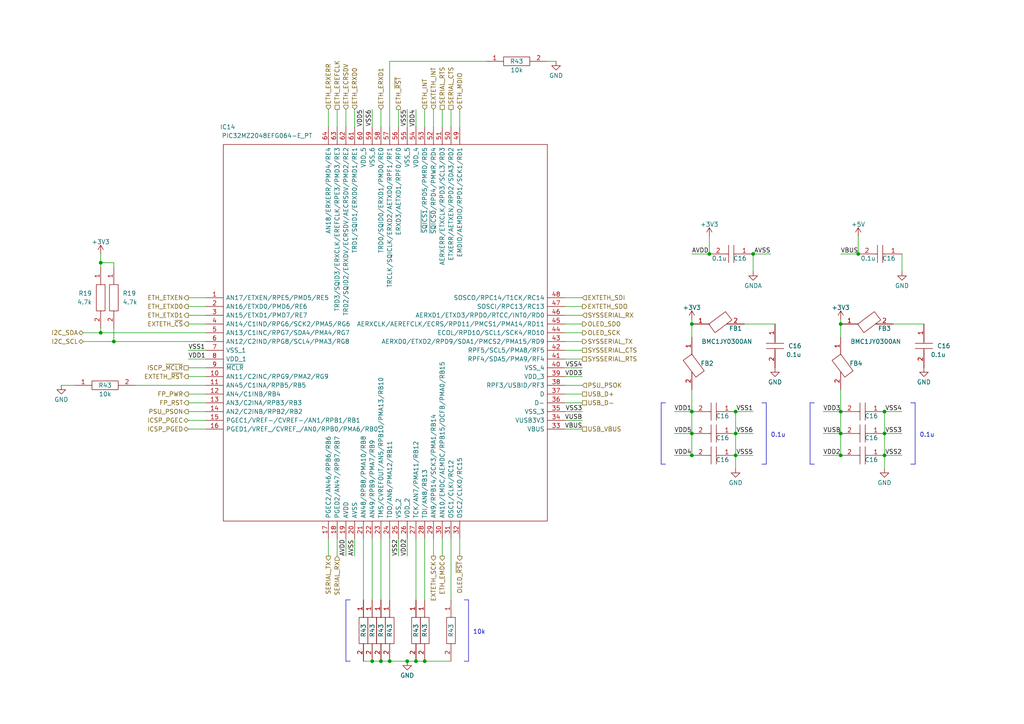
<source format=kicad_sch>
(kicad_sch (version 20230121) (generator eeschema)

  (uuid 4231e207-b877-4cf7-a18c-80ad31ffa04e)

  (paper "A4")

  (title_block
    (title "Oro Link")
    (date "2023-03-01")
    (rev "2")
    (company "Oro Operating System")
  )

  (lib_symbols
    (symbol "BMC1JY0300AN_1" (pin_names (offset 0.762)) (in_bom yes) (on_board yes)
      (property "Reference" "FB2" (at 4.5053 -7.4556 90)
        (effects (font (size 1.27 1.27)) (justify left))
      )
      (property "Value" "BMC1JY0300AN" (at 4.5053 -9.3766 90)
        (effects (font (size 1.27 1.27)) (justify left))
      )
      (property "Footprint" "BEADC1608X95N" (at 2.54 -16.51 0)
        (effects (font (size 1.27 1.27)) (justify left) hide)
      )
      (property "Datasheet" "https://www.mouser.de/datasheet/2/418/8/ENG_DS_1773178_1_B-2940935.pdf" (at 0 -16.51 0)
        (effects (font (size 1.27 1.27)) (justify left) hide)
      )
      (property "Description" "Ferrite Beads BMC 0603 300R 25% A Gen C" (at -2.54 -16.51 0)
        (effects (font (size 1.27 1.27)) (justify left) hide)
      )
      (property "Height" "0.95" (at -5.08 -16.51 0)
        (effects (font (size 1.27 1.27)) (justify left) hide)
      )
      (property "Manufacturer_Name" "TE Connectivity" (at -7.62 -16.51 0)
        (effects (font (size 1.27 1.27)) (justify left) hide)
      )
      (property "Manufacturer_Part_Number" "BMC1JY0300AN" (at -10.16 -16.51 0)
        (effects (font (size 1.27 1.27)) (justify left) hide)
      )
      (property "Mouser Part Number" "" (at -12.7 -16.51 0)
        (effects (font (size 1.27 1.27)) (justify left) hide)
      )
      (property "Mouser Price/Stock" "" (at -15.24 -16.51 0)
        (effects (font (size 1.27 1.27)) (justify left) hide)
      )
      (property "Arrow Part Number" "" (at -17.78 -16.51 0)
        (effects (font (size 1.27 1.27)) (justify left) hide)
      )
      (property "Arrow Price/Stock" "" (at -20.32 -16.51 0)
        (effects (font (size 1.27 1.27)) (justify left) hide)
      )
      (property "ki_description" "Ferrite Beads BMC 0603 300R 25% A Gen C" (at 0 0 0)
        (effects (font (size 1.27 1.27)) hide)
      )
      (symbol "BMC1JY0300AN_1_0_0"
        (pin passive line (at 0 0 0) (length 5.08)
          (name "1" (effects (font (size 0 0))))
          (number "1" (effects (font (size 1.27 1.27))))
        )
        (pin passive line (at 15.24 0 180) (length 5.08)
          (name "2" (effects (font (size 0 0))))
          (number "2" (effects (font (size 1.27 1.27))))
        )
      )
      (symbol "BMC1JY0300AN_1_0_1"
        (polyline
          (pts
            (xy 4.9243 -0.0159)
            (xy 9.766 3.593)
            (xy 11.609 1.1772)
            (xy 6.7275 -2.5087)
            (xy 4.9243 -0.0159)
          )
          (stroke (width 0.1524) (type solid))
          (fill (type none))
        )
      )
    )
    (symbol "SamacSys_Parts:01016D104KAT2A" (pin_names (offset 0.762)) (in_bom yes) (on_board yes)
      (property "Reference" "C" (at 8.89 6.35 0)
        (effects (font (size 1.27 1.27)) (justify left))
      )
      (property "Value" "01016D104KAT2A" (at 8.89 3.81 0)
        (effects (font (size 1.27 1.27)) (justify left))
      )
      (property "Footprint" "CAPC0402X22N" (at 8.89 1.27 0)
        (effects (font (size 1.27 1.27)) (justify left) hide)
      )
      (property "Datasheet" "https://altium.componentsearchengine.com/Datasheets/1/01016D104KAT2A.pdf" (at 8.89 -1.27 0)
        (effects (font (size 1.27 1.27)) (justify left) hide)
      )
      (property "Description" "Multilayer Ceramic Capacitors MLCC - SMD/SMT 6.3V .1uF X5R 0101 10%" (at 8.89 -3.81 0)
        (effects (font (size 1.27 1.27)) (justify left) hide)
      )
      (property "Height" "0.22" (at 8.89 -6.35 0)
        (effects (font (size 1.27 1.27)) (justify left) hide)
      )
      (property "Manufacturer_Name" "AVX" (at 8.89 -8.89 0)
        (effects (font (size 1.27 1.27)) (justify left) hide)
      )
      (property "Manufacturer_Part_Number" "01016D104KAT2A" (at 8.89 -11.43 0)
        (effects (font (size 1.27 1.27)) (justify left) hide)
      )
      (property "Mouser Part Number" "581-01016D104KAT2A" (at 8.89 -13.97 0)
        (effects (font (size 1.27 1.27)) (justify left) hide)
      )
      (property "Mouser Price/Stock" "https://www.mouser.com/Search/Refine.aspx?Keyword=581-01016D104KAT2A" (at 8.89 -16.51 0)
        (effects (font (size 1.27 1.27)) (justify left) hide)
      )
      (property "Arrow Part Number" "01016D104KAT2A" (at 8.89 -19.05 0)
        (effects (font (size 1.27 1.27)) (justify left) hide)
      )
      (property "Arrow Price/Stock" "https://www.arrow.com/en/products/01016d104kat2a/avx" (at 8.89 -21.59 0)
        (effects (font (size 1.27 1.27)) (justify left) hide)
      )
      (property "ki_description" "Multilayer Ceramic Capacitors MLCC - SMD/SMT 6.3V .1uF X5R 0101 10%" (at 0 0 0)
        (effects (font (size 1.27 1.27)) hide)
      )
      (symbol "01016D104KAT2A_0_0"
        (pin passive line (at 0 0 0) (length 5.08)
          (name "~" (effects (font (size 1.27 1.27))))
          (number "1" (effects (font (size 1.27 1.27))))
        )
        (pin passive line (at 12.7 0 180) (length 5.08)
          (name "~" (effects (font (size 1.27 1.27))))
          (number "2" (effects (font (size 1.27 1.27))))
        )
      )
      (symbol "01016D104KAT2A_0_1"
        (polyline
          (pts
            (xy 5.08 0)
            (xy 5.588 0)
          )
          (stroke (width 0.1524) (type solid))
          (fill (type none))
        )
        (polyline
          (pts
            (xy 5.588 2.54)
            (xy 5.588 -2.54)
          )
          (stroke (width 0.1524) (type solid))
          (fill (type none))
        )
        (polyline
          (pts
            (xy 7.112 0)
            (xy 7.62 0)
          )
          (stroke (width 0.1524) (type solid))
          (fill (type none))
        )
        (polyline
          (pts
            (xy 7.112 2.54)
            (xy 7.112 -2.54)
          )
          (stroke (width 0.1524) (type solid))
          (fill (type none))
        )
      )
    )
    (symbol "SamacSys_Parts:MCWR04X4701FTL" (pin_names (offset 0.762)) (in_bom yes) (on_board yes)
      (property "Reference" "R" (at 13.97 6.35 0)
        (effects (font (size 1.27 1.27)) (justify left))
      )
      (property "Value" "MCWR04X4701FTL" (at 13.97 3.81 0)
        (effects (font (size 1.27 1.27)) (justify left))
      )
      (property "Footprint" "RESC1005X40N" (at 13.97 1.27 0)
        (effects (font (size 1.27 1.27)) (justify left) hide)
      )
      (property "Datasheet" "https://componentsearchengine.com/Datasheets/2/MCWR04X4701FTL.pdf" (at 13.97 -1.27 0)
        (effects (font (size 1.27 1.27)) (justify left) hide)
      )
      (property "Description" "MULTICOMP - MCWR04X4701FTL - RES, 4K7, 1%, 0.0625W, 0402, THICK FILM" (at 13.97 -3.81 0)
        (effects (font (size 1.27 1.27)) (justify left) hide)
      )
      (property "Height" "0.4" (at 13.97 -6.35 0)
        (effects (font (size 1.27 1.27)) (justify left) hide)
      )
      (property "Manufacturer_Name" "MULTICOMP" (at 13.97 -8.89 0)
        (effects (font (size 1.27 1.27)) (justify left) hide)
      )
      (property "Manufacturer_Part_Number" "MCWR04X4701FTL" (at 13.97 -11.43 0)
        (effects (font (size 1.27 1.27)) (justify left) hide)
      )
      (property "Mouser Part Number" "" (at 13.97 -13.97 0)
        (effects (font (size 1.27 1.27)) (justify left) hide)
      )
      (property "Mouser Price/Stock" "" (at 13.97 -16.51 0)
        (effects (font (size 1.27 1.27)) (justify left) hide)
      )
      (property "Arrow Part Number" "" (at 13.97 -19.05 0)
        (effects (font (size 1.27 1.27)) (justify left) hide)
      )
      (property "Arrow Price/Stock" "" (at 13.97 -21.59 0)
        (effects (font (size 1.27 1.27)) (justify left) hide)
      )
      (property "ki_description" "MULTICOMP - MCWR04X4701FTL - RES, 4K7, 1%, 0.0625W, 0402, THICK FILM" (at 0 0 0)
        (effects (font (size 1.27 1.27)) hide)
      )
      (symbol "MCWR04X4701FTL_0_0"
        (pin passive line (at 0 0 0) (length 5.08)
          (name "~" (effects (font (size 1.27 1.27))))
          (number "1" (effects (font (size 1.27 1.27))))
        )
        (pin passive line (at 17.78 0 180) (length 5.08)
          (name "~" (effects (font (size 1.27 1.27))))
          (number "2" (effects (font (size 1.27 1.27))))
        )
      )
      (symbol "MCWR04X4701FTL_0_1"
        (polyline
          (pts
            (xy 5.08 1.27)
            (xy 12.7 1.27)
            (xy 12.7 -1.27)
            (xy 5.08 -1.27)
            (xy 5.08 1.27)
          )
          (stroke (width 0.1524) (type solid))
          (fill (type none))
        )
      )
    )
    (symbol "SamacSys_Parts:PIC32MZ2048EFG064-E_PT" (pin_names (offset 0.762)) (in_bom yes) (on_board yes)
      (property "Reference" "IC1" (at 100.33 -83.82 0)
        (effects (font (size 1.27 1.27)))
      )
      (property "Value" "PIC32MZ2048EFG064-E_PT" (at 100.33 -86.3569 0)
        (effects (font (size 1.27 1.27)))
      )
      (property "Footprint" "SamacSys_Parts:QFP50P1200X1200X120-64N" (at 115.57 55.88 0)
        (effects (font (size 1.27 1.27)) (justify left) hide)
      )
      (property "Datasheet" "https://www.mouser.de/datasheet/2/268/mchp_s_a0007771640_1-2274641.pdf" (at 115.57 53.34 0)
        (effects (font (size 1.27 1.27)) (justify left) hide)
      )
      (property "Description" "Secure MCU 32bit PIC32 PIC RISC 2MB Flash 3.3V Automotive 64-Pin TQFP Tray" (at 115.57 50.8 0)
        (effects (font (size 1.27 1.27)) (justify left) hide)
      )
      (property "Height" "1.2" (at 115.57 48.26 0)
        (effects (font (size 1.27 1.27)) (justify left) hide)
      )
      (property "Manufacturer_Name" "Microchip" (at 115.57 45.72 0)
        (effects (font (size 1.27 1.27)) (justify left) hide)
      )
      (property "Manufacturer_Part_Number" "PIC32MZ2048EFG064-E/PT" (at 115.57 43.18 0)
        (effects (font (size 1.27 1.27)) (justify left) hide)
      )
      (property "Mouser Part Number" "" (at 115.57 40.64 0)
        (effects (font (size 1.27 1.27)) (justify left) hide)
      )
      (property "Mouser Price/Stock" "" (at 115.57 38.1 0)
        (effects (font (size 1.27 1.27)) (justify left) hide)
      )
      (property "Arrow Part Number" "" (at 115.57 35.56 0)
        (effects (font (size 1.27 1.27)) (justify left) hide)
      )
      (property "Arrow Price/Stock" "" (at 115.57 33.02 0)
        (effects (font (size 1.27 1.27)) (justify left) hide)
      )
      (property "Mouser Testing Part Number" "" (at 115.57 30.48 0)
        (effects (font (size 1.27 1.27)) (justify left) hide)
      )
      (property "Mouser Testing Price/Stock" "" (at 115.57 27.94 0)
        (effects (font (size 1.27 1.27)) (justify left) hide)
      )
      (property "ki_description" "Secure MCU 32bit PIC32 PIC RISC 2MB Flash 3.3V Automotive 64-Pin TQFP Tray" (at 0 0 0)
        (effects (font (size 1.27 1.27)) hide)
      )
      (symbol "PIC32MZ2048EFG064-E_PT_0_0"
        (pin passive line (at 0 0 0) (length 5.08)
          (name "AN17/ETXEN/RPE5/PMD5/RE5" (effects (font (size 1.27 1.27))))
          (number "1" (effects (font (size 1.27 1.27))))
        )
        (pin passive line (at 0 -22.86 0) (length 5.08)
          (name "AN11/C2INC/RPG9/PMA2/RG9" (effects (font (size 1.27 1.27))))
          (number "10" (effects (font (size 1.27 1.27))))
        )
        (pin passive line (at 0 -25.4 0) (length 5.08)
          (name "AN45/C1INA/RPB5/RB5" (effects (font (size 1.27 1.27))))
          (number "11" (effects (font (size 1.27 1.27))))
        )
        (pin passive line (at 0 -27.94 0) (length 5.08)
          (name "AN4/C1INB/RB4" (effects (font (size 1.27 1.27))))
          (number "12" (effects (font (size 1.27 1.27))))
        )
        (pin passive line (at 0 -30.48 0) (length 5.08)
          (name "AN3/C2INA/RPB3/RB3" (effects (font (size 1.27 1.27))))
          (number "13" (effects (font (size 1.27 1.27))))
        )
        (pin passive line (at 0 -33.02 0) (length 5.08)
          (name "AN2/C2INB/RPB2/RB2" (effects (font (size 1.27 1.27))))
          (number "14" (effects (font (size 1.27 1.27))))
        )
        (pin passive line (at 0 -35.56 0) (length 5.08)
          (name "PGEC1/VREF-/CVREF-/AN1/RPB1/RB1" (effects (font (size 1.27 1.27))))
          (number "15" (effects (font (size 1.27 1.27))))
        )
        (pin passive line (at 0 -38.1 0) (length 5.08)
          (name "PGED1/VREF_/CVREF_/AN0/RPB0/PMA6/RB0" (effects (font (size 1.27 1.27))))
          (number "16" (effects (font (size 1.27 1.27))))
        )
        (pin passive line (at 35.56 -69.85 90) (length 5.08)
          (name "PGEC2/AN46/RPB6/RB6" (effects (font (size 1.27 1.27))))
          (number "17" (effects (font (size 1.27 1.27))))
        )
        (pin passive line (at 38.1 -69.85 90) (length 5.08)
          (name "PGED2/AN47/RPB7/RB7" (effects (font (size 1.27 1.27))))
          (number "18" (effects (font (size 1.27 1.27))))
        )
        (pin passive line (at 40.64 -69.85 90) (length 5.08)
          (name "AVDD" (effects (font (size 1.27 1.27))))
          (number "19" (effects (font (size 1.27 1.27))))
        )
        (pin passive line (at 0 -2.54 0) (length 5.08)
          (name "AN16/ETXD0/PMD6/RE6" (effects (font (size 1.27 1.27))))
          (number "2" (effects (font (size 1.27 1.27))))
        )
        (pin passive line (at 43.18 -69.85 90) (length 5.08)
          (name "AVSS" (effects (font (size 1.27 1.27))))
          (number "20" (effects (font (size 1.27 1.27))))
        )
        (pin passive line (at 45.72 -69.85 90) (length 5.08)
          (name "AN48/RPB8/PMA10/RB8" (effects (font (size 1.27 1.27))))
          (number "21" (effects (font (size 1.27 1.27))))
        )
        (pin passive line (at 48.26 -69.85 90) (length 5.08)
          (name "AN49/RPB9/PMA7/RB9" (effects (font (size 1.27 1.27))))
          (number "22" (effects (font (size 1.27 1.27))))
        )
        (pin passive line (at 50.8 -69.85 90) (length 5.08)
          (name "TMS/CVREFOUT/AN5/RPB10/PMA13/RB10" (effects (font (size 1.27 1.27))))
          (number "23" (effects (font (size 1.27 1.27))))
        )
        (pin passive line (at 53.34 -69.85 90) (length 5.08)
          (name "TDO/AN6/PMA12/RB11" (effects (font (size 1.27 1.27))))
          (number "24" (effects (font (size 1.27 1.27))))
        )
        (pin passive line (at 55.88 -69.85 90) (length 5.08)
          (name "VSS_2" (effects (font (size 1.27 1.27))))
          (number "25" (effects (font (size 1.27 1.27))))
        )
        (pin passive line (at 58.42 -69.85 90) (length 5.08)
          (name "VDD_2" (effects (font (size 1.27 1.27))))
          (number "26" (effects (font (size 1.27 1.27))))
        )
        (pin passive line (at 60.96 -69.85 90) (length 5.08)
          (name "TCK/AN7/PMA11/RB12" (effects (font (size 1.27 1.27))))
          (number "27" (effects (font (size 1.27 1.27))))
        )
        (pin passive line (at 63.5 -69.85 90) (length 5.08)
          (name "TDI/AN8/RB13" (effects (font (size 1.27 1.27))))
          (number "28" (effects (font (size 1.27 1.27))))
        )
        (pin passive line (at 66.04 -69.85 90) (length 5.08)
          (name "AN9/RPB14/SCK3/PMA1/RB14" (effects (font (size 1.27 1.27))))
          (number "29" (effects (font (size 1.27 1.27))))
        )
        (pin passive line (at 0 -5.08 0) (length 5.08)
          (name "AN15/ETXD1/PMD7/RE7" (effects (font (size 1.27 1.27))))
          (number "3" (effects (font (size 1.27 1.27))))
        )
        (pin passive line (at 68.58 -69.85 90) (length 5.08)
          (name "AN10/EMDC/AEMDC/RPB15/OCFB/PMA0/RB15" (effects (font (size 1.27 1.27))))
          (number "30" (effects (font (size 1.27 1.27))))
        )
        (pin passive line (at 71.12 -69.85 90) (length 5.08)
          (name "OSC1/CLKI/RC12" (effects (font (size 1.27 1.27))))
          (number "31" (effects (font (size 1.27 1.27))))
        )
        (pin passive line (at 73.66 -69.85 90) (length 5.08)
          (name "OSC2/CLKO/RC15" (effects (font (size 1.27 1.27))))
          (number "32" (effects (font (size 1.27 1.27))))
        )
        (pin passive line (at 104.14 -38.1 180) (length 5.08)
          (name "VBUS" (effects (font (size 1.27 1.27))))
          (number "33" (effects (font (size 1.27 1.27))))
        )
        (pin passive line (at 104.14 -35.56 180) (length 5.08)
          (name "VUSB3V3" (effects (font (size 1.27 1.27))))
          (number "34" (effects (font (size 1.27 1.27))))
        )
        (pin passive line (at 104.14 -33.02 180) (length 5.08)
          (name "VSS_3" (effects (font (size 1.27 1.27))))
          (number "35" (effects (font (size 1.27 1.27))))
        )
        (pin passive line (at 104.14 -30.48 180) (length 5.08)
          (name "D-" (effects (font (size 1.27 1.27))))
          (number "36" (effects (font (size 1.27 1.27))))
        )
        (pin passive line (at 104.14 -27.94 180) (length 5.08)
          (name "D" (effects (font (size 1.27 1.27))))
          (number "37" (effects (font (size 1.27 1.27))))
        )
        (pin passive line (at 104.14 -25.4 180) (length 5.08)
          (name "RPF3/USBID/RF3" (effects (font (size 1.27 1.27))))
          (number "38" (effects (font (size 1.27 1.27))))
        )
        (pin passive line (at 104.14 -22.86 180) (length 5.08)
          (name "VDD_3" (effects (font (size 1.27 1.27))))
          (number "39" (effects (font (size 1.27 1.27))))
        )
        (pin passive line (at 0 -7.62 0) (length 5.08)
          (name "AN14/C1IND/RPG6/SCK2/PMA5/RG6" (effects (font (size 1.27 1.27))))
          (number "4" (effects (font (size 1.27 1.27))))
        )
        (pin passive line (at 104.14 -20.32 180) (length 5.08)
          (name "VSS_4" (effects (font (size 1.27 1.27))))
          (number "40" (effects (font (size 1.27 1.27))))
        )
        (pin passive line (at 104.14 -17.78 180) (length 5.08)
          (name "RPF4/SDA5/PMA9/RF4" (effects (font (size 1.27 1.27))))
          (number "41" (effects (font (size 1.27 1.27))))
        )
        (pin passive line (at 104.14 -15.24 180) (length 5.08)
          (name "RPF5/SCL5/PMA8/RF5" (effects (font (size 1.27 1.27))))
          (number "42" (effects (font (size 1.27 1.27))))
        )
        (pin passive line (at 104.14 -12.7 180) (length 5.08)
          (name "AERXD0/ETXD2/RPD9/SDA1/PMCS2/PMA15/RD9" (effects (font (size 1.27 1.27))))
          (number "43" (effects (font (size 1.27 1.27))))
        )
        (pin passive line (at 104.14 -10.16 180) (length 5.08)
          (name "ECOL/RPD10/SCL1/SCK4/RD10" (effects (font (size 1.27 1.27))))
          (number "44" (effects (font (size 1.27 1.27))))
        )
        (pin passive line (at 104.14 -7.62 180) (length 5.08)
          (name "AERXCLK/AEREFCLK/ECRS/RPD11/PMCS1/PMA14/RD11" (effects (font (size 1.27 1.27))))
          (number "45" (effects (font (size 1.27 1.27))))
        )
        (pin passive line (at 104.14 -5.08 180) (length 5.08)
          (name "AERXD1/ETXD3/RPD0/RTCC/INT0/RD0" (effects (font (size 1.27 1.27))))
          (number "46" (effects (font (size 1.27 1.27))))
        )
        (pin passive line (at 104.14 -2.54 180) (length 5.08)
          (name "SOSCI/RPC13/RC13" (effects (font (size 1.27 1.27))))
          (number "47" (effects (font (size 1.27 1.27))))
        )
        (pin passive line (at 104.14 0 180) (length 5.08)
          (name "SOSCO/RPC14/T1CK/RC14" (effects (font (size 1.27 1.27))))
          (number "48" (effects (font (size 1.27 1.27))))
        )
        (pin passive line (at 73.66 49.53 270) (length 5.08)
          (name "EMDIO/AEMDIO/RPD1/SCK1/RD1" (effects (font (size 1.27 1.27))))
          (number "49" (effects (font (size 1.27 1.27))))
        )
        (pin passive line (at 0 -10.16 0) (length 5.08)
          (name "AN13/C1INC/RPG7/SDA4/PMA4/RG7" (effects (font (size 1.27 1.27))))
          (number "5" (effects (font (size 1.27 1.27))))
        )
        (pin passive line (at 71.12 49.53 270) (length 5.08)
          (name "ETXERR/AETXEN/RPD2/SDA3/RD2" (effects (font (size 1.27 1.27))))
          (number "50" (effects (font (size 1.27 1.27))))
        )
        (pin passive line (at 68.58 49.53 270) (length 5.08)
          (name "AERXERR/ETXCLK/RPD3/SCL3/RD3" (effects (font (size 1.27 1.27))))
          (number "51" (effects (font (size 1.27 1.27))))
        )
        (pin passive line (at 66.04 49.53 270) (length 5.08)
          (name "~{SQICS0}/RPD4/PMWR/RD4" (effects (font (size 1.27 1.27))))
          (number "52" (effects (font (size 1.27 1.27))))
        )
        (pin passive line (at 63.5 49.53 270) (length 5.08)
          (name "~{SQICS1}/RPD5/PMRD/RD5" (effects (font (size 1.27 1.27))))
          (number "53" (effects (font (size 1.27 1.27))))
        )
        (pin passive line (at 60.96 49.53 270) (length 5.08)
          (name "VDD_4" (effects (font (size 1.27 1.27))))
          (number "54" (effects (font (size 1.27 1.27))))
        )
        (pin passive line (at 58.42 49.53 270) (length 5.08)
          (name "VSS_5" (effects (font (size 1.27 1.27))))
          (number "55" (effects (font (size 1.27 1.27))))
        )
        (pin passive line (at 55.88 49.53 270) (length 5.08)
          (name "ERXD3/AETXD1/RPF0/RF0" (effects (font (size 1.27 1.27))))
          (number "56" (effects (font (size 1.27 1.27))))
        )
        (pin passive line (at 53.34 49.53 270) (length 5.08)
          (name "TRCLK/SQICLK/ERXD2/AETXD0/RPF1/RF1" (effects (font (size 1.27 1.27))))
          (number "57" (effects (font (size 1.27 1.27))))
        )
        (pin passive line (at 50.8 49.53 270) (length 5.08)
          (name "TRD0/SQID0/ERXD1/PMD0/RE0" (effects (font (size 1.27 1.27))))
          (number "58" (effects (font (size 1.27 1.27))))
        )
        (pin passive line (at 48.26 49.53 270) (length 5.08)
          (name "VSS_6" (effects (font (size 1.27 1.27))))
          (number "59" (effects (font (size 1.27 1.27))))
        )
        (pin passive line (at 0 -12.7 0) (length 5.08)
          (name "AN12/C2IND/RPG8/SCL4/PMA3/RG8" (effects (font (size 1.27 1.27))))
          (number "6" (effects (font (size 1.27 1.27))))
        )
        (pin passive line (at 45.72 49.53 270) (length 5.08)
          (name "VDD_5" (effects (font (size 1.27 1.27))))
          (number "60" (effects (font (size 1.27 1.27))))
        )
        (pin passive line (at 43.18 49.53 270) (length 5.08)
          (name "TRD1/SQID1/ERXD0/PMD1/RE1" (effects (font (size 1.27 1.27))))
          (number "61" (effects (font (size 1.27 1.27))))
        )
        (pin passive line (at 40.64 49.53 270) (length 5.08)
          (name "TRD2/SQID2/ERXDV/ECRSDV/AECRSDV/PMD2/RE2" (effects (font (size 1.27 1.27))))
          (number "62" (effects (font (size 1.27 1.27))))
        )
        (pin passive line (at 38.1 49.53 270) (length 5.08)
          (name "TRD3/SQID3/ERXCLK/EREFCLK/RPE3/PMD3/RE3" (effects (font (size 1.27 1.27))))
          (number "63" (effects (font (size 1.27 1.27))))
        )
        (pin passive line (at 35.56 49.53 270) (length 5.08)
          (name "AN18/ERXERR/PMD4/RE4" (effects (font (size 1.27 1.27))))
          (number "64" (effects (font (size 1.27 1.27))))
        )
        (pin passive line (at 0 -15.24 0) (length 5.08)
          (name "VSS_1" (effects (font (size 1.27 1.27))))
          (number "7" (effects (font (size 1.27 1.27))))
        )
        (pin passive line (at 0 -17.78 0) (length 5.08)
          (name "VDD_1" (effects (font (size 1.27 1.27))))
          (number "8" (effects (font (size 1.27 1.27))))
        )
        (pin passive line (at 0 -20.32 0) (length 5.08)
          (name "~{MCLR}" (effects (font (size 1.27 1.27))))
          (number "9" (effects (font (size 1.27 1.27))))
        )
      )
      (symbol "PIC32MZ2048EFG064-E_PT_0_1"
        (polyline
          (pts
            (xy 5.08 44.45)
            (xy 99.06 44.45)
            (xy 99.06 -64.77)
            (xy 5.08 -64.77)
            (xy 5.08 44.45)
          )
          (stroke (width 0.1524) (type default))
          (fill (type none))
        )
      )
    )
    (symbol "SamacSys_Parts:RC2010JK-0710KL" (pin_names (offset 0.762)) (in_bom yes) (on_board yes)
      (property "Reference" "R" (at 13.97 6.35 0)
        (effects (font (size 1.27 1.27)) (justify left))
      )
      (property "Value" "RC2010JK-0710KL" (at 13.97 3.81 0)
        (effects (font (size 1.27 1.27)) (justify left))
      )
      (property "Footprint" "RESC5025X65N" (at 13.97 1.27 0)
        (effects (font (size 1.27 1.27)) (justify left) hide)
      )
      (property "Datasheet" "https://www.arrow.com/en/products/rc2010jk-0710kl/yageo" (at 13.97 -1.27 0)
        (effects (font (size 1.27 1.27)) (justify left) hide)
      )
      (property "Description" "Res Thick Film 2010 10K Ohm 5% 0.75W(3/4W) +/-100ppm/C Pad SMD T/R" (at 13.97 -3.81 0)
        (effects (font (size 1.27 1.27)) (justify left) hide)
      )
      (property "Height" "0.65" (at 13.97 -6.35 0)
        (effects (font (size 1.27 1.27)) (justify left) hide)
      )
      (property "Manufacturer_Name" "KEMET" (at 13.97 -8.89 0)
        (effects (font (size 1.27 1.27)) (justify left) hide)
      )
      (property "Manufacturer_Part_Number" "RC2010JK-0710KL" (at 13.97 -11.43 0)
        (effects (font (size 1.27 1.27)) (justify left) hide)
      )
      (property "Mouser Part Number" "603-RC2010JK-0710KL" (at 13.97 -13.97 0)
        (effects (font (size 1.27 1.27)) (justify left) hide)
      )
      (property "Mouser Price/Stock" "https://www.mouser.co.uk/ProductDetail/YAGEO/RC2010JK-0710KL?qs=sNpmnPgvziOLj5uuquGIow%3D%3D" (at 13.97 -16.51 0)
        (effects (font (size 1.27 1.27)) (justify left) hide)
      )
      (property "Arrow Part Number" "RC2010JK-0710KL" (at 13.97 -19.05 0)
        (effects (font (size 1.27 1.27)) (justify left) hide)
      )
      (property "Arrow Price/Stock" "https://www.arrow.com/en/products/rc2010jk-0710kl/yageo" (at 13.97 -21.59 0)
        (effects (font (size 1.27 1.27)) (justify left) hide)
      )
      (property "Mouser Testing Part Number" "" (at 13.97 -24.13 0)
        (effects (font (size 1.27 1.27)) (justify left) hide)
      )
      (property "Mouser Testing Price/Stock" "" (at 13.97 -26.67 0)
        (effects (font (size 1.27 1.27)) (justify left) hide)
      )
      (property "ki_description" "Res Thick Film 2010 10K Ohm 5% 0.75W(3/4W) +/-100ppm/C Pad SMD T/R" (at 0 0 0)
        (effects (font (size 1.27 1.27)) hide)
      )
      (symbol "RC2010JK-0710KL_0_0"
        (pin passive line (at 0 0 0) (length 5.08)
          (name "~" (effects (font (size 1.27 1.27))))
          (number "1" (effects (font (size 1.27 1.27))))
        )
        (pin passive line (at 17.78 0 180) (length 5.08)
          (name "~" (effects (font (size 1.27 1.27))))
          (number "2" (effects (font (size 1.27 1.27))))
        )
      )
      (symbol "RC2010JK-0710KL_0_1"
        (polyline
          (pts
            (xy 5.08 1.27)
            (xy 12.7 1.27)
            (xy 12.7 -1.27)
            (xy 5.08 -1.27)
            (xy 5.08 1.27)
          )
          (stroke (width 0.1524) (type solid))
          (fill (type none))
        )
      )
    )
    (symbol "power:+3V3" (power) (pin_names (offset 0)) (in_bom yes) (on_board yes)
      (property "Reference" "#PWR" (at 0 -3.81 0)
        (effects (font (size 1.27 1.27)) hide)
      )
      (property "Value" "+3V3" (at 0 3.556 0)
        (effects (font (size 1.27 1.27)))
      )
      (property "Footprint" "" (at 0 0 0)
        (effects (font (size 1.27 1.27)) hide)
      )
      (property "Datasheet" "" (at 0 0 0)
        (effects (font (size 1.27 1.27)) hide)
      )
      (property "ki_keywords" "global power" (at 0 0 0)
        (effects (font (size 1.27 1.27)) hide)
      )
      (property "ki_description" "Power symbol creates a global label with name \"+3V3\"" (at 0 0 0)
        (effects (font (size 1.27 1.27)) hide)
      )
      (symbol "+3V3_0_1"
        (polyline
          (pts
            (xy -0.762 1.27)
            (xy 0 2.54)
          )
          (stroke (width 0) (type default))
          (fill (type none))
        )
        (polyline
          (pts
            (xy 0 0)
            (xy 0 2.54)
          )
          (stroke (width 0) (type default))
          (fill (type none))
        )
        (polyline
          (pts
            (xy 0 2.54)
            (xy 0.762 1.27)
          )
          (stroke (width 0) (type default))
          (fill (type none))
        )
      )
      (symbol "+3V3_1_1"
        (pin power_in line (at 0 0 90) (length 0) hide
          (name "+3V3" (effects (font (size 1.27 1.27))))
          (number "1" (effects (font (size 1.27 1.27))))
        )
      )
    )
    (symbol "power:+5V" (power) (pin_names (offset 0)) (in_bom yes) (on_board yes)
      (property "Reference" "#PWR" (at 0 -3.81 0)
        (effects (font (size 1.27 1.27)) hide)
      )
      (property "Value" "+5V" (at 0 3.556 0)
        (effects (font (size 1.27 1.27)))
      )
      (property "Footprint" "" (at 0 0 0)
        (effects (font (size 1.27 1.27)) hide)
      )
      (property "Datasheet" "" (at 0 0 0)
        (effects (font (size 1.27 1.27)) hide)
      )
      (property "ki_keywords" "global power" (at 0 0 0)
        (effects (font (size 1.27 1.27)) hide)
      )
      (property "ki_description" "Power symbol creates a global label with name \"+5V\"" (at 0 0 0)
        (effects (font (size 1.27 1.27)) hide)
      )
      (symbol "+5V_0_1"
        (polyline
          (pts
            (xy -0.762 1.27)
            (xy 0 2.54)
          )
          (stroke (width 0) (type default))
          (fill (type none))
        )
        (polyline
          (pts
            (xy 0 0)
            (xy 0 2.54)
          )
          (stroke (width 0) (type default))
          (fill (type none))
        )
        (polyline
          (pts
            (xy 0 2.54)
            (xy 0.762 1.27)
          )
          (stroke (width 0) (type default))
          (fill (type none))
        )
      )
      (symbol "+5V_1_1"
        (pin power_in line (at 0 0 90) (length 0) hide
          (name "+5V" (effects (font (size 1.27 1.27))))
          (number "1" (effects (font (size 1.27 1.27))))
        )
      )
    )
    (symbol "power:GND" (power) (pin_names (offset 0)) (in_bom yes) (on_board yes)
      (property "Reference" "#PWR" (at 0 -6.35 0)
        (effects (font (size 1.27 1.27)) hide)
      )
      (property "Value" "GND" (at 0 -3.81 0)
        (effects (font (size 1.27 1.27)))
      )
      (property "Footprint" "" (at 0 0 0)
        (effects (font (size 1.27 1.27)) hide)
      )
      (property "Datasheet" "" (at 0 0 0)
        (effects (font (size 1.27 1.27)) hide)
      )
      (property "ki_keywords" "global power" (at 0 0 0)
        (effects (font (size 1.27 1.27)) hide)
      )
      (property "ki_description" "Power symbol creates a global label with name \"GND\" , ground" (at 0 0 0)
        (effects (font (size 1.27 1.27)) hide)
      )
      (symbol "GND_0_1"
        (polyline
          (pts
            (xy 0 0)
            (xy 0 -1.27)
            (xy 1.27 -1.27)
            (xy 0 -2.54)
            (xy -1.27 -1.27)
            (xy 0 -1.27)
          )
          (stroke (width 0) (type default))
          (fill (type none))
        )
      )
      (symbol "GND_1_1"
        (pin power_in line (at 0 0 270) (length 0) hide
          (name "GND" (effects (font (size 1.27 1.27))))
          (number "1" (effects (font (size 1.27 1.27))))
        )
      )
    )
    (symbol "power:GNDA" (power) (pin_names (offset 0)) (in_bom yes) (on_board yes)
      (property "Reference" "#PWR" (at 0 -6.35 0)
        (effects (font (size 1.27 1.27)) hide)
      )
      (property "Value" "GNDA" (at 0 -3.81 0)
        (effects (font (size 1.27 1.27)))
      )
      (property "Footprint" "" (at 0 0 0)
        (effects (font (size 1.27 1.27)) hide)
      )
      (property "Datasheet" "" (at 0 0 0)
        (effects (font (size 1.27 1.27)) hide)
      )
      (property "ki_keywords" "global power" (at 0 0 0)
        (effects (font (size 1.27 1.27)) hide)
      )
      (property "ki_description" "Power symbol creates a global label with name \"GNDA\" , analog ground" (at 0 0 0)
        (effects (font (size 1.27 1.27)) hide)
      )
      (symbol "GNDA_0_1"
        (polyline
          (pts
            (xy 0 0)
            (xy 0 -1.27)
            (xy 1.27 -1.27)
            (xy 0 -2.54)
            (xy -1.27 -1.27)
            (xy 0 -1.27)
          )
          (stroke (width 0) (type default))
          (fill (type none))
        )
      )
      (symbol "GNDA_1_1"
        (pin power_in line (at 0 0 270) (length 0) hide
          (name "GNDA" (effects (font (size 1.27 1.27))))
          (number "1" (effects (font (size 1.27 1.27))))
        )
      )
    )
  )

  (junction (at 213.36 119.38) (diameter 0) (color 0 0 0 0)
    (uuid 00bb8a70-8caa-4f89-9a2d-741526f4d30b)
  )
  (junction (at 243.84 93.98) (diameter 0) (color 0 0 0 0)
    (uuid 1e24e4bb-04ea-4187-8469-24e0a6006a94)
  )
  (junction (at 29.21 96.52) (diameter 0) (color 0 0 0 0)
    (uuid 264e57fd-0ccd-43af-acfa-b1fc2b43511b)
  )
  (junction (at 256.54 132.08) (diameter 0) (color 0 0 0 0)
    (uuid 2d1f5141-d80f-416f-96a6-8fc1fd09c7d1)
  )
  (junction (at 256.54 125.73) (diameter 0) (color 0 0 0 0)
    (uuid 2e115bb9-84d4-421a-9df1-881cd5024c44)
  )
  (junction (at 33.02 99.06) (diameter 0) (color 0 0 0 0)
    (uuid 2e7dd873-9acb-4a14-8c56-10c5f6ae1791)
  )
  (junction (at 118.11 191.77) (diameter 0) (color 0 0 0 0)
    (uuid 3e05a583-f226-4e1f-8ec5-6c17a0cdb512)
  )
  (junction (at 248.92 73.66) (diameter 0) (color 0 0 0 0)
    (uuid 409d7c4c-1201-4747-9daa-e6e764d35934)
  )
  (junction (at 200.66 119.38) (diameter 0) (color 0 0 0 0)
    (uuid 43600d16-203e-415a-87b2-1d576bc7d2f4)
  )
  (junction (at 218.44 73.66) (diameter 0) (color 0 0 0 0)
    (uuid 4bd803bf-de4b-4e84-8ee6-c4c6c01cc1f7)
  )
  (junction (at 200.66 132.08) (diameter 0) (color 0 0 0 0)
    (uuid 516a5bae-66d6-4b6d-b460-620d13b51975)
  )
  (junction (at 123.19 191.77) (diameter 0) (color 0 0 0 0)
    (uuid 65fd4e9b-9f99-4213-954e-6940b33b0c58)
  )
  (junction (at 120.65 191.77) (diameter 0) (color 0 0 0 0)
    (uuid 7e9ab3c5-f014-4d4c-87a1-3177d3d018a2)
  )
  (junction (at 205.74 73.66) (diameter 0) (color 0 0 0 0)
    (uuid 83bbfadc-7b46-4ef8-9853-6be595bc8ffc)
  )
  (junction (at 29.21 76.2) (diameter 0) (color 0 0 0 0)
    (uuid a3875bed-b695-4c25-9647-d8c50e79be0f)
  )
  (junction (at 213.36 125.73) (diameter 0) (color 0 0 0 0)
    (uuid ae0b1173-2516-4545-b1f6-fe183922a8d2)
  )
  (junction (at 107.95 191.77) (diameter 0) (color 0 0 0 0)
    (uuid b9b0cbd3-dea0-4a2a-9ea0-e5179281bae8)
  )
  (junction (at 243.84 119.38) (diameter 0) (color 0 0 0 0)
    (uuid bdd942ed-47d4-457a-89ca-3eb927120ef5)
  )
  (junction (at 243.84 125.73) (diameter 0) (color 0 0 0 0)
    (uuid bee57d6e-ffbb-45c2-ae6d-91f0be949993)
  )
  (junction (at 213.36 132.08) (diameter 0) (color 0 0 0 0)
    (uuid c56370c5-a51b-4740-b248-b7f1b2fbffe8)
  )
  (junction (at 110.49 191.77) (diameter 0) (color 0 0 0 0)
    (uuid d2d1c511-a840-4181-aaa9-8e7e20ccc18b)
  )
  (junction (at 113.03 191.77) (diameter 0) (color 0 0 0 0)
    (uuid d93ab0eb-1774-47e5-bd1f-8869d60ece5b)
  )
  (junction (at 200.66 125.73) (diameter 0) (color 0 0 0 0)
    (uuid dac6e05b-f74d-46f1-9b01-1b1c0b579018)
  )
  (junction (at 200.66 93.98) (diameter 0) (color 0 0 0 0)
    (uuid de299442-61b7-4eff-a51f-d3a776a72d12)
  )
  (junction (at 256.54 119.38) (diameter 0) (color 0 0 0 0)
    (uuid e94ec20b-496b-441e-9d97-f566c73669fa)
  )
  (junction (at 243.84 132.08) (diameter 0) (color 0 0 0 0)
    (uuid fbaad026-f862-4f0e-8efa-6227612f184b)
  )

  (wire (pts (xy 59.69 116.84) (xy 54.61 116.84))
    (stroke (width 0) (type default))
    (uuid 01af878a-8d6d-4bc7-b56c-770a78ce1ee2)
  )
  (wire (pts (xy 125.73 31.75) (xy 125.73 36.83))
    (stroke (width 0) (type default))
    (uuid 0322cf95-1ffe-44b4-b9da-bffa02bf4839)
  )
  (wire (pts (xy 218.44 73.66) (xy 218.44 78.74))
    (stroke (width 0) (type default))
    (uuid 046d7291-3ef9-4328-a707-ed3045c11ffc)
  )
  (wire (pts (xy 54.61 91.44) (xy 59.69 91.44))
    (stroke (width 0) (type default))
    (uuid 066a370d-5002-471a-b513-7e1193b45e48)
  )
  (wire (pts (xy 95.25 31.75) (xy 95.25 36.83))
    (stroke (width 0) (type default))
    (uuid 072c20e6-d877-4fbe-9427-d566aabfba06)
  )
  (wire (pts (xy 243.84 92.71) (xy 243.84 93.98))
    (stroke (width 0) (type default))
    (uuid 0884bc5e-1afa-4a1a-88ed-81b469e03426)
  )
  (wire (pts (xy 205.74 68.58) (xy 205.74 73.66))
    (stroke (width 0) (type default))
    (uuid 0ade30c3-15d2-4d0e-aac4-1aa5cddf27f2)
  )
  (wire (pts (xy 54.61 121.92) (xy 59.69 121.92))
    (stroke (width 0) (type default))
    (uuid 0c966d4e-6b4d-489b-ac97-df248b81d95a)
  )
  (wire (pts (xy 256.54 125.73) (xy 256.54 132.08))
    (stroke (width 0) (type default))
    (uuid 0e7c2b0a-4f19-4b3c-a428-62368e179ece)
  )
  (wire (pts (xy 54.61 124.46) (xy 59.69 124.46))
    (stroke (width 0) (type default))
    (uuid 0fb604dd-1bcd-4869-89e4-b949cbc254a5)
  )
  (wire (pts (xy 54.61 86.36) (xy 59.69 86.36))
    (stroke (width 0) (type default))
    (uuid 105cb049-78a9-456e-93dd-b6544c642ba9)
  )
  (wire (pts (xy 200.66 92.71) (xy 200.66 93.98))
    (stroke (width 0) (type default))
    (uuid 183d16b3-127a-4077-99ed-9cbf2c8af0f5)
  )
  (wire (pts (xy 140.97 17.78) (xy 113.03 17.78))
    (stroke (width 0) (type default))
    (uuid 1840c08d-2f4d-4455-b4b3-f44cf6f935a1)
  )
  (wire (pts (xy 24.13 96.52) (xy 29.21 96.52))
    (stroke (width 0) (type default))
    (uuid 18ccd35f-0d22-4dc7-9350-6a7c360addc5)
  )
  (wire (pts (xy 29.21 73.66) (xy 29.21 76.2))
    (stroke (width 0) (type default))
    (uuid 1c01c67d-bfcc-419c-b592-856bc1e73c9d)
  )
  (wire (pts (xy 248.92 68.58) (xy 248.92 73.66))
    (stroke (width 0) (type default))
    (uuid 1ce7bdb6-087a-4c71-86fd-bfb798809834)
  )
  (wire (pts (xy 29.21 76.2) (xy 29.21 77.47))
    (stroke (width 0) (type default))
    (uuid 1d70b5ed-7fd4-45c6-b56a-cdc8324cd375)
  )
  (wire (pts (xy 102.87 161.29) (xy 102.87 156.21))
    (stroke (width 0) (type default))
    (uuid 23b1f620-d795-4296-b4b8-785ebf0e41c9)
  )
  (wire (pts (xy 54.61 104.14) (xy 59.69 104.14))
    (stroke (width 0) (type default))
    (uuid 23e8c2f5-8ce6-4486-92ef-7e30df1ccfe8)
  )
  (wire (pts (xy 110.49 191.77) (xy 113.03 191.77))
    (stroke (width 0) (type default))
    (uuid 23f2dc62-c151-43dc-9c4a-f1beacc3b8fa)
  )
  (wire (pts (xy 133.35 161.29) (xy 133.35 156.21))
    (stroke (width 0) (type default))
    (uuid 2579adbd-cfd9-4c4f-bff6-d0f0164bc715)
  )
  (wire (pts (xy 107.95 156.21) (xy 107.95 173.99))
    (stroke (width 0) (type default))
    (uuid 282bd6b7-3993-450d-a41f-d0761b4c0e93)
  )
  (wire (pts (xy 218.44 73.66) (xy 223.52 73.66))
    (stroke (width 0) (type default))
    (uuid 2c514fd8-b999-492f-9048-a2213463a118)
  )
  (wire (pts (xy 243.84 73.66) (xy 248.92 73.66))
    (stroke (width 0) (type default))
    (uuid 2c51fe24-6a96-426d-aa6a-7491bb79cfbc)
  )
  (wire (pts (xy 168.91 119.38) (xy 163.83 119.38))
    (stroke (width 0) (type default))
    (uuid 2d5ac7f4-a1d4-4a9a-ae67-308acd1e566f)
  )
  (wire (pts (xy 243.84 93.98) (xy 243.84 97.79))
    (stroke (width 0) (type default))
    (uuid 2e18aa39-ba89-41de-b71a-5ff2ba5a8590)
  )
  (wire (pts (xy 168.91 104.14) (xy 163.83 104.14))
    (stroke (width 0) (type default))
    (uuid 2eb0d385-269c-42dd-bc0c-ea1f34230073)
  )
  (wire (pts (xy 107.95 31.75) (xy 107.95 36.83))
    (stroke (width 0) (type default))
    (uuid 2f890e3a-200b-408d-82ca-34d3e0597906)
  )
  (wire (pts (xy 97.79 31.75) (xy 97.79 36.83))
    (stroke (width 0) (type default))
    (uuid 3a083615-4fc5-403e-ad1b-c89ad255c7f9)
  )
  (wire (pts (xy 54.61 101.6) (xy 59.69 101.6))
    (stroke (width 0) (type default))
    (uuid 3a568732-4717-4a04-8b05-064debdf05bd)
  )
  (wire (pts (xy 213.36 132.08) (xy 218.44 132.08))
    (stroke (width 0) (type default))
    (uuid 3a88edde-a5d4-4ea8-a98a-e491294895e8)
  )
  (wire (pts (xy 123.19 156.21) (xy 123.19 173.99))
    (stroke (width 0) (type default))
    (uuid 3baa6784-1158-4e29-a702-fa8d62b7498f)
  )
  (wire (pts (xy 130.81 31.75) (xy 130.81 36.83))
    (stroke (width 0) (type default))
    (uuid 3bcf3367-f2bc-4098-9c8b-a303d9055a8c)
  )
  (wire (pts (xy 168.91 121.92) (xy 163.83 121.92))
    (stroke (width 0) (type default))
    (uuid 3cbd1418-2a4b-4a48-804a-3f09f8d2d0bc)
  )
  (wire (pts (xy 168.91 86.36) (xy 163.83 86.36))
    (stroke (width 0) (type default))
    (uuid 3cf47e8e-5af9-4a02-b24d-76171f7d10b7)
  )
  (wire (pts (xy 168.91 109.22) (xy 163.83 109.22))
    (stroke (width 0) (type default))
    (uuid 3df66a2f-168f-4e32-931d-aa3273aa6a5c)
  )
  (wire (pts (xy 200.66 93.98) (xy 200.66 97.79))
    (stroke (width 0) (type default))
    (uuid 4211eb84-63c2-4f6d-a33b-8dca2e7ff330)
  )
  (wire (pts (xy 168.91 96.52) (xy 163.83 96.52))
    (stroke (width 0) (type default))
    (uuid 43c6daea-f006-476e-9f00-2756b8d4c7c3)
  )
  (wire (pts (xy 29.21 76.2) (xy 33.02 76.2))
    (stroke (width 0) (type default))
    (uuid 44b264a3-c07b-4f04-bddd-26407a9ab823)
  )
  (wire (pts (xy 33.02 95.25) (xy 33.02 99.06))
    (stroke (width 0) (type default))
    (uuid 452d7eec-c09c-4c23-b4f1-811ec0dc47bf)
  )
  (wire (pts (xy 200.66 119.38) (xy 200.66 125.73))
    (stroke (width 0) (type default))
    (uuid 45609cf8-89b1-4dcd-a6bb-650a75f4616b)
  )
  (wire (pts (xy 54.61 93.98) (xy 59.69 93.98))
    (stroke (width 0) (type default))
    (uuid 475ac6f8-18ab-4bb3-87e3-4ee7646541fa)
  )
  (wire (pts (xy 110.49 156.21) (xy 110.49 173.99))
    (stroke (width 0) (type default))
    (uuid 485ace4d-108f-45d0-b721-06e9321844cf)
  )
  (wire (pts (xy 105.41 156.21) (xy 105.41 173.99))
    (stroke (width 0) (type default))
    (uuid 4898a9e5-24b9-4b66-b5ae-510193147732)
  )
  (wire (pts (xy 123.19 191.77) (xy 130.81 191.77))
    (stroke (width 0) (type default))
    (uuid 49a78831-161f-4a23-b4c8-288e1a7328cd)
  )
  (wire (pts (xy 33.02 76.2) (xy 33.02 77.47))
    (stroke (width 0) (type default))
    (uuid 4a6344ec-8c3e-4b44-985d-1ecb9596951d)
  )
  (wire (pts (xy 17.78 111.76) (xy 21.59 111.76))
    (stroke (width 0) (type default))
    (uuid 4b1a00bc-c34c-4d12-934c-892cd15645f6)
  )
  (wire (pts (xy 256.54 132.08) (xy 256.54 135.89))
    (stroke (width 0) (type default))
    (uuid 4c4557f8-e698-486d-aa70-e111fc0ba3bd)
  )
  (wire (pts (xy 215.9 93.98) (xy 224.79 93.98))
    (stroke (width 0) (type default))
    (uuid 4d2cabcc-afc8-4c1b-a944-4b5d3cbd1c94)
  )
  (wire (pts (xy 24.13 99.06) (xy 33.02 99.06))
    (stroke (width 0) (type default))
    (uuid 4fd781c4-d2bd-45f1-b714-bbc11f5f6912)
  )
  (wire (pts (xy 238.76 132.08) (xy 243.84 132.08))
    (stroke (width 0) (type default))
    (uuid 505d06ad-e4a5-4d4f-98bc-fe2aca203147)
  )
  (wire (pts (xy 54.61 88.9) (xy 59.69 88.9))
    (stroke (width 0) (type default))
    (uuid 52c87202-cf21-4f4e-baff-006dcb97ad68)
  )
  (wire (pts (xy 120.65 191.77) (xy 123.19 191.77))
    (stroke (width 0) (type default))
    (uuid 554abeaf-b55d-4260-89e4-9a38ad7689eb)
  )
  (wire (pts (xy 29.21 95.25) (xy 29.21 96.52))
    (stroke (width 0) (type default))
    (uuid 5750e248-d240-4f3a-9ee0-82a0a530987c)
  )
  (wire (pts (xy 133.35 31.75) (xy 133.35 36.83))
    (stroke (width 0) (type default))
    (uuid 5a01e30d-3ec1-4202-8533-35942d4bed60)
  )
  (wire (pts (xy 118.11 161.29) (xy 118.11 156.21))
    (stroke (width 0) (type default))
    (uuid 5a40e4fe-f4b5-4ca8-a83a-3aa937f97af1)
  )
  (wire (pts (xy 168.91 124.46) (xy 163.83 124.46))
    (stroke (width 0) (type default))
    (uuid 5c813369-426a-4a37-b111-67fdcb31d0d7)
  )
  (wire (pts (xy 115.57 161.29) (xy 115.57 156.21))
    (stroke (width 0) (type default))
    (uuid 5cc7f25e-55a3-4a1a-8b8d-cb6d7bdace13)
  )
  (wire (pts (xy 213.36 125.73) (xy 218.44 125.73))
    (stroke (width 0) (type default))
    (uuid 5e219121-ec8e-45a1-a38b-6dd95afc2319)
  )
  (wire (pts (xy 213.36 125.73) (xy 213.36 132.08))
    (stroke (width 0) (type default))
    (uuid 5e745fe1-4d60-4856-99d6-9a3e07d8fece)
  )
  (wire (pts (xy 120.65 156.21) (xy 120.65 173.99))
    (stroke (width 0) (type default))
    (uuid 61c3f8ea-af48-463c-bef6-1390ae047745)
  )
  (wire (pts (xy 120.65 31.75) (xy 120.65 36.83))
    (stroke (width 0) (type default))
    (uuid 63428c26-f5ea-4600-b175-8eec60ffbfd2)
  )
  (wire (pts (xy 54.61 106.68) (xy 59.69 106.68))
    (stroke (width 0) (type default))
    (uuid 63b75f83-2f04-4542-994e-8a2491260571)
  )
  (wire (pts (xy 54.61 114.3) (xy 59.69 114.3))
    (stroke (width 0) (type default))
    (uuid 63d2d01f-2175-4c0d-a6aa-906913649a10)
  )
  (wire (pts (xy 168.91 91.44) (xy 163.83 91.44))
    (stroke (width 0) (type default))
    (uuid 69f54144-ce84-45de-af61-814efe0cd0da)
  )
  (wire (pts (xy 213.36 119.38) (xy 218.44 119.38))
    (stroke (width 0) (type default))
    (uuid 6b2a0440-8863-4eb3-84ef-246805eb6fcb)
  )
  (wire (pts (xy 113.03 156.21) (xy 113.03 173.99))
    (stroke (width 0) (type default))
    (uuid 6d44d9b3-1def-4048-8094-d99569d616d5)
  )
  (wire (pts (xy 128.27 161.29) (xy 128.27 156.21))
    (stroke (width 0) (type default))
    (uuid 6e7d6fcf-65cf-42cb-a66d-cc625d4d475b)
  )
  (wire (pts (xy 54.61 119.38) (xy 59.69 119.38))
    (stroke (width 0) (type default))
    (uuid 700b7355-4f88-4cc9-a1d0-f840595611f1)
  )
  (wire (pts (xy 29.21 96.52) (xy 59.69 96.52))
    (stroke (width 0) (type default))
    (uuid 72121dc6-d99d-4b9c-8059-8e74ac7ad6ec)
  )
  (wire (pts (xy 256.54 132.08) (xy 261.62 132.08))
    (stroke (width 0) (type default))
    (uuid 76a00956-1a65-40cf-b1f3-23b926ede31b)
  )
  (wire (pts (xy 168.91 93.98) (xy 163.83 93.98))
    (stroke (width 0) (type default))
    (uuid 77892b7a-6534-4da3-af54-14836e3ef2a2)
  )
  (wire (pts (xy 123.19 31.75) (xy 123.19 36.83))
    (stroke (width 0) (type default))
    (uuid 784de8ef-32ed-4e37-a43c-52030be4a77b)
  )
  (wire (pts (xy 213.36 119.38) (xy 213.36 125.73))
    (stroke (width 0) (type default))
    (uuid 79051715-0b26-430c-931d-a56f5fc9233d)
  )
  (wire (pts (xy 243.84 113.03) (xy 243.84 119.38))
    (stroke (width 0) (type default))
    (uuid 7d4c7ae1-33b2-48a5-b195-74d29a00c9d6)
  )
  (wire (pts (xy 195.58 119.38) (xy 200.66 119.38))
    (stroke (width 0) (type default))
    (uuid 7e541684-97c9-4e19-aa7c-3d0171468d23)
  )
  (wire (pts (xy 118.11 31.75) (xy 118.11 36.83))
    (stroke (width 0) (type default))
    (uuid 808a4a83-4f10-4577-90e5-1fd897f2c8ef)
  )
  (wire (pts (xy 261.62 73.66) (xy 261.62 78.74))
    (stroke (width 0) (type default))
    (uuid 80d8006f-7a1c-4758-ba31-5636706ddaf1)
  )
  (wire (pts (xy 243.84 125.73) (xy 243.84 132.08))
    (stroke (width 0) (type default))
    (uuid 834135ea-d4ee-40ae-8452-4e5c583479df)
  )
  (wire (pts (xy 97.79 161.29) (xy 97.79 156.21))
    (stroke (width 0) (type default))
    (uuid 878fded1-7205-46e8-b718-37b0ac55920f)
  )
  (wire (pts (xy 168.91 116.84) (xy 163.83 116.84))
    (stroke (width 0) (type default))
    (uuid 88416b20-4012-48ec-a490-dff517f7a517)
  )
  (wire (pts (xy 168.91 106.68) (xy 163.83 106.68))
    (stroke (width 0) (type default))
    (uuid 89797225-c023-45e1-97e8-1ff61529eca1)
  )
  (wire (pts (xy 168.91 111.76) (xy 163.83 111.76))
    (stroke (width 0) (type default))
    (uuid 89928418-ee43-4fc7-8b7f-0501b35e9bc2)
  )
  (wire (pts (xy 95.25 161.29) (xy 95.25 156.21))
    (stroke (width 0) (type default))
    (uuid 8a02e905-2f4b-4acc-bc6f-d2666c32daba)
  )
  (wire (pts (xy 102.87 31.75) (xy 102.87 36.83))
    (stroke (width 0) (type default))
    (uuid 8a393808-e68c-4f0f-98e9-5b921281d07b)
  )
  (wire (pts (xy 243.84 119.38) (xy 243.84 125.73))
    (stroke (width 0) (type default))
    (uuid 8f8bdcc0-81b2-4c3c-b9e0-9db1aad87792)
  )
  (wire (pts (xy 130.81 156.21) (xy 130.81 173.99))
    (stroke (width 0) (type default))
    (uuid 92e382e2-ec09-4acf-9ec5-d72eff874701)
  )
  (wire (pts (xy 105.41 31.75) (xy 105.41 36.83))
    (stroke (width 0) (type default))
    (uuid 947cb440-0c6e-465a-b1c0-65e0dfc21851)
  )
  (wire (pts (xy 195.58 132.08) (xy 200.66 132.08))
    (stroke (width 0) (type default))
    (uuid 95e8f8fb-be5c-4a2c-8894-64e755e914da)
  )
  (wire (pts (xy 54.61 109.22) (xy 59.69 109.22))
    (stroke (width 0) (type default))
    (uuid 96f95b4f-cb87-4566-9759-e415b04b4821)
  )
  (wire (pts (xy 128.27 31.75) (xy 128.27 36.83))
    (stroke (width 0) (type default))
    (uuid 99234828-a9c2-4aa1-a1c6-bc16ae3919a4)
  )
  (wire (pts (xy 200.66 113.03) (xy 200.66 119.38))
    (stroke (width 0) (type default))
    (uuid a18c3f36-8018-4840-880e-db1fed159590)
  )
  (wire (pts (xy 213.36 132.08) (xy 213.36 135.89))
    (stroke (width 0) (type default))
    (uuid aa070529-8b97-45f2-b751-1af12586c14c)
  )
  (wire (pts (xy 238.76 119.38) (xy 243.84 119.38))
    (stroke (width 0) (type default))
    (uuid abb0d3aa-9004-4615-8762-4e4b1cab8d27)
  )
  (wire (pts (xy 118.11 191.77) (xy 120.65 191.77))
    (stroke (width 0) (type default))
    (uuid ac030ae3-1d01-46c3-8c20-9bb7dd71f7ea)
  )
  (wire (pts (xy 195.58 125.73) (xy 200.66 125.73))
    (stroke (width 0) (type default))
    (uuid c23f71d7-9ca1-4869-b774-297d91608a0e)
  )
  (wire (pts (xy 256.54 119.38) (xy 261.62 119.38))
    (stroke (width 0) (type default))
    (uuid c4ed970c-6e4c-4db7-815d-44ad8566b205)
  )
  (wire (pts (xy 39.37 111.76) (xy 59.69 111.76))
    (stroke (width 0) (type default))
    (uuid ca507adf-3d7c-461b-9f85-ba377d4c6cfe)
  )
  (wire (pts (xy 200.66 73.66) (xy 205.74 73.66))
    (stroke (width 0) (type default))
    (uuid ce17a5d6-4c18-4d5b-bdd3-8914a421f6ad)
  )
  (wire (pts (xy 168.91 101.6) (xy 163.83 101.6))
    (stroke (width 0) (type default))
    (uuid ce54c7c4-cfba-4157-a600-6bbe6279b611)
  )
  (wire (pts (xy 100.33 161.29) (xy 100.33 156.21))
    (stroke (width 0) (type default))
    (uuid ce658828-7502-4243-8089-45f870940de7)
  )
  (wire (pts (xy 168.91 114.3) (xy 163.83 114.3))
    (stroke (width 0) (type default))
    (uuid ce9bc76f-fbd9-4edf-a49d-fb9c7f190054)
  )
  (wire (pts (xy 110.49 31.75) (xy 110.49 36.83))
    (stroke (width 0) (type default))
    (uuid d17e0629-18a8-48b0-812d-4e358b014ea2)
  )
  (wire (pts (xy 168.91 99.06) (xy 163.83 99.06))
    (stroke (width 0) (type default))
    (uuid d21f0ab6-dfc4-4a04-a37e-767f3d69cf7b)
  )
  (wire (pts (xy 33.02 99.06) (xy 59.69 99.06))
    (stroke (width 0) (type default))
    (uuid d2bbb9db-ff1d-40cf-a353-9747ae9791c0)
  )
  (wire (pts (xy 107.95 191.77) (xy 110.49 191.77))
    (stroke (width 0) (type default))
    (uuid d47a66d4-08a6-4675-b47a-a31617f3fd65)
  )
  (wire (pts (xy 168.91 88.9) (xy 163.83 88.9))
    (stroke (width 0) (type default))
    (uuid d482cb9d-08b9-457b-a9df-1beaa7b55e1e)
  )
  (wire (pts (xy 238.76 125.73) (xy 243.84 125.73))
    (stroke (width 0) (type default))
    (uuid d6ec18a4-61d2-453d-8991-214ff8ab1074)
  )
  (wire (pts (xy 113.03 191.77) (xy 118.11 191.77))
    (stroke (width 0) (type default))
    (uuid dc18de4f-92aa-4f9d-8cc8-ce4f231a17cb)
  )
  (wire (pts (xy 115.57 31.75) (xy 115.57 36.83))
    (stroke (width 0) (type default))
    (uuid dc1cb69d-ef81-4945-8b70-301aa2f1dc46)
  )
  (wire (pts (xy 125.73 161.29) (xy 125.73 156.21))
    (stroke (width 0) (type default))
    (uuid df975ce7-ea5a-45d3-9a74-c86a2684f116)
  )
  (wire (pts (xy 256.54 119.38) (xy 256.54 125.73))
    (stroke (width 0) (type default))
    (uuid e7f1d906-fc1f-456b-8f28-6c285d7c63be)
  )
  (wire (pts (xy 259.08 93.98) (xy 267.97 93.98))
    (stroke (width 0) (type default))
    (uuid e8f59637-2be0-4484-9cb9-3191407b55ba)
  )
  (wire (pts (xy 100.33 31.75) (xy 100.33 36.83))
    (stroke (width 0) (type default))
    (uuid e9ee343f-d492-4d20-883e-2e00aab18d52)
  )
  (wire (pts (xy 256.54 125.73) (xy 261.62 125.73))
    (stroke (width 0) (type default))
    (uuid f4042219-5e57-4f84-a600-196cf7855931)
  )
  (wire (pts (xy 158.75 17.78) (xy 161.29 17.78))
    (stroke (width 0) (type default))
    (uuid f8cb0746-5b3c-4fa9-a180-bc36e6b48e65)
  )
  (wire (pts (xy 113.03 17.78) (xy 113.03 36.83))
    (stroke (width 0) (type default))
    (uuid fbaa7329-f6f4-4a6d-96bf-162864e4d50d)
  )
  (wire (pts (xy 200.66 125.73) (xy 200.66 132.08))
    (stroke (width 0) (type default))
    (uuid fd85d7e0-ab20-4cc2-a340-ddf0a2557174)
  )
  (wire (pts (xy 105.41 191.77) (xy 107.95 191.77))
    (stroke (width 0) (type default))
    (uuid ff80a77f-d27c-41cb-983b-3b6062b5c3b7)
  )

  (rectangle (start 220.98 134.62) (end 222.25 134.62)
    (stroke (width 0) (type default))
    (fill (type none))
    (uuid 01e90044-5982-4b23-96ed-dd9db6e8802f)
  )
  (rectangle (start 100.33 191.77) (end 101.6 191.77)
    (stroke (width 0) (type default))
    (fill (type none))
    (uuid 022e8ef6-29b5-4872-b371-4927ee6b7329)
  )
  (rectangle (start 100.33 173.99) (end 101.6 173.99)
    (stroke (width 0) (type default))
    (fill (type none))
    (uuid 0d989b0a-b1a6-499b-907b-d0c7aa737588)
  )
  (rectangle (start 234.95 134.62) (end 236.22 134.62)
    (stroke (width 0) (type default))
    (fill (type none))
    (uuid 0f825829-8105-4309-b272-16a213823f39)
  )
  (rectangle (start 134.62 173.99) (end 135.89 173.99)
    (stroke (width 0) (type default))
    (fill (type none))
    (uuid 3129495e-f00f-466d-9311-876c8370efc7)
  )
  (rectangle (start 191.77 116.84) (end 193.04 116.84)
    (stroke (width 0) (type default))
    (fill (type none))
    (uuid 385ea856-3351-4a91-861e-821cd1043f88)
  )
  (rectangle (start 135.89 173.99) (end 135.89 191.77)
    (stroke (width 0) (type default))
    (fill (type none))
    (uuid 59f549c5-19b3-4d58-b44f-3554e01c74ee)
  )
  (rectangle (start 265.43 116.84) (end 265.43 134.62)
    (stroke (width 0) (type default))
    (fill (type none))
    (uuid 7de7d267-deba-46b5-9853-a57d8ce8736e)
  )
  (rectangle (start 234.95 134.62) (end 234.95 116.84)
    (stroke (width 0) (type default))
    (fill (type none))
    (uuid 8ab744f4-1e0a-4340-815b-61ebb6d550a6)
  )
  (rectangle (start 234.95 116.84) (end 236.22 116.84)
    (stroke (width 0) (type default))
    (fill (type none))
    (uuid 977cfc41-9106-4192-8306-5617331c702b)
  )
  (rectangle (start 134.62 191.77) (end 135.89 191.77)
    (stroke (width 0) (type default))
    (fill (type none))
    (uuid 98916f5f-1cf5-4d0a-8505-f1575a7e6cf0)
  )
  (rectangle (start 191.77 134.62) (end 193.04 134.62)
    (stroke (width 0) (type default))
    (fill (type none))
    (uuid ae987f07-1e7c-4663-8744-0338522b6f9a)
  )
  (rectangle (start 191.77 134.62) (end 191.77 116.84)
    (stroke (width 0) (type default))
    (fill (type none))
    (uuid c186a331-b741-4e37-ab05-69ef0992969a)
  )
  (rectangle (start 264.16 134.62) (end 265.43 134.62)
    (stroke (width 0) (type default))
    (fill (type none))
    (uuid c63d6397-1ae5-48f7-a5fa-88cf2b967f36)
  )
  (rectangle (start 100.33 191.77) (end 100.33 173.99)
    (stroke (width 0) (type default))
    (fill (type none))
    (uuid d303243d-ba70-4a2b-8a89-1ca3052b859c)
  )
  (rectangle (start 222.25 116.84) (end 222.25 134.62)
    (stroke (width 0) (type default))
    (fill (type none))
    (uuid e041fb25-5709-48c9-888e-dccb5cf91b74)
  )
  (rectangle (start 264.16 116.84) (end 265.43 116.84)
    (stroke (width 0) (type default))
    (fill (type none))
    (uuid e7b68a9c-8248-4bb3-a75a-b72bb6d8b8c7)
  )
  (rectangle (start 220.98 116.84) (end 222.25 116.84)
    (stroke (width 0) (type default))
    (fill (type none))
    (uuid ed18779b-8287-4a79-972b-888fa240ab7e)
  )

  (text "10k" (at 137.16 184.15 0)
    (effects (font (size 1.27 1.27)) (justify left bottom))
    (uuid 209f56c1-06ab-4fbe-bf17-c0f7802a9c97)
  )
  (text "0.1u" (at 266.7 127 0)
    (effects (font (size 1.27 1.27)) (justify left bottom))
    (uuid bfc869c8-d77b-4ba3-adae-b9b5680be0cd)
  )
  (text "0.1u" (at 223.52 127 0)
    (effects (font (size 1.27 1.27)) (justify left bottom))
    (uuid c94430cc-6672-48ee-a4a8-dbfdc0a1d2b6)
  )

  (label "AVSS" (at 223.52 73.66 180) (fields_autoplaced)
    (effects (font (size 1.27 1.27)) (justify right bottom))
    (uuid 0df3dbb1-72af-4c47-8ad0-8e4b9e32ccea)
  )
  (label "VDD1" (at 195.58 119.38 0) (fields_autoplaced)
    (effects (font (size 1.27 1.27)) (justify left bottom))
    (uuid 1df87e5a-3cfa-4086-9875-fffc0985ce90)
  )
  (label "VDD4" (at 195.58 132.08 0) (fields_autoplaced)
    (effects (font (size 1.27 1.27)) (justify left bottom))
    (uuid 2a5793b2-f6ac-4d72-8827-b1549026ee57)
  )
  (label "VSS5" (at 118.11 31.75 270) (fields_autoplaced)
    (effects (font (size 1.27 1.27)) (justify right bottom))
    (uuid 33210139-0aec-4107-982d-110105b3480a)
  )
  (label "VSS1" (at 218.44 119.38 180) (fields_autoplaced)
    (effects (font (size 1.27 1.27)) (justify right bottom))
    (uuid 3d72b522-2c97-47a7-ac33-8de55b648bb9)
  )
  (label "VDD3" (at 238.76 119.38 0) (fields_autoplaced)
    (effects (font (size 1.27 1.27)) (justify left bottom))
    (uuid 40b4af84-53c4-4e80-af29-1161c279ee8c)
  )
  (label "AVDD" (at 100.33 161.29 90) (fields_autoplaced)
    (effects (font (size 1.27 1.27)) (justify left bottom))
    (uuid 575ca68c-455d-4b20-b7c4-ac3c323b9c9a)
  )
  (label "VSS4" (at 168.91 106.68 180) (fields_autoplaced)
    (effects (font (size 1.27 1.27)) (justify right bottom))
    (uuid 5846c97a-200e-42db-95be-e44a76d8ded2)
  )
  (label "VSS4" (at 261.62 119.38 180) (fields_autoplaced)
    (effects (font (size 1.27 1.27)) (justify right bottom))
    (uuid 5e71b245-e4ac-4cd9-bf16-3457b7618802)
  )
  (label "VBUS" (at 168.91 124.46 180) (fields_autoplaced)
    (effects (font (size 1.27 1.27)) (justify right bottom))
    (uuid 61ff5a37-7110-4ae9-b4b4-d15be0480cac)
  )
  (label "VDD2" (at 118.11 161.29 90) (fields_autoplaced)
    (effects (font (size 1.27 1.27)) (justify left bottom))
    (uuid 756f60a6-8484-4112-aea8-69a18cf6770d)
  )
  (label "VSS5" (at 218.44 132.08 180) (fields_autoplaced)
    (effects (font (size 1.27 1.27)) (justify right bottom))
    (uuid 9561e4a5-9312-445e-bf4f-345e3880c851)
  )
  (label "VSS2" (at 115.57 161.29 90) (fields_autoplaced)
    (effects (font (size 1.27 1.27)) (justify left bottom))
    (uuid 9afaf990-6a5f-4ecd-965b-6804cbaeb2aa)
  )
  (label "AVSS" (at 102.87 161.29 90) (fields_autoplaced)
    (effects (font (size 1.27 1.27)) (justify left bottom))
    (uuid ae45a725-e93d-4780-8ac6-4c3de2c0410e)
  )
  (label "VDD5" (at 195.58 125.73 0) (fields_autoplaced)
    (effects (font (size 1.27 1.27)) (justify left bottom))
    (uuid b820ffb1-ca60-4db0-b108-f0afdc644ed5)
  )
  (label "VSS2" (at 261.62 132.08 180) (fields_autoplaced)
    (effects (font (size 1.27 1.27)) (justify right bottom))
    (uuid b8ff3b1f-ac23-45d4-9512-0cb237187788)
  )
  (label "VSS3" (at 261.62 125.73 180) (fields_autoplaced)
    (effects (font (size 1.27 1.27)) (justify right bottom))
    (uuid bf21ffe0-0a18-440a-b5e4-314777b33ace)
  )
  (label "VDD1" (at 54.61 104.14 0) (fields_autoplaced)
    (effects (font (size 1.27 1.27)) (justify left bottom))
    (uuid c6628897-9fe2-4918-9d97-d7ce98f8f12e)
  )
  (label "VSS6" (at 218.44 125.73 180) (fields_autoplaced)
    (effects (font (size 1.27 1.27)) (justify right bottom))
    (uuid ca24ffc9-4758-4d41-8308-dcc79c7458ec)
  )
  (label "VDD4" (at 120.65 31.75 270) (fields_autoplaced)
    (effects (font (size 1.27 1.27)) (justify right bottom))
    (uuid cc6dd3d6-e7f1-4db9-9972-5ee0435b28be)
  )
  (label "VDD5" (at 105.41 31.75 270) (fields_autoplaced)
    (effects (font (size 1.27 1.27)) (justify right bottom))
    (uuid cc88f773-eb43-431b-ad87-64b535cfce8f)
  )
  (label "VSS3" (at 168.91 119.38 180) (fields_autoplaced)
    (effects (font (size 1.27 1.27)) (justify right bottom))
    (uuid d0fb8582-413f-43fd-adf3-82d1d2f32a2d)
  )
  (label "VDD3" (at 168.91 109.22 180) (fields_autoplaced)
    (effects (font (size 1.27 1.27)) (justify right bottom))
    (uuid d86ea454-8bda-4b6f-ad3d-cda777cb14ed)
  )
  (label "VUSB" (at 238.76 125.73 0) (fields_autoplaced)
    (effects (font (size 1.27 1.27)) (justify left bottom))
    (uuid e11d823b-c6b8-4a91-bed1-77296697ea84)
  )
  (label "AVDD" (at 200.66 73.66 0) (fields_autoplaced)
    (effects (font (size 1.27 1.27)) (justify left bottom))
    (uuid e58872c4-ea38-4778-a88f-ae4f46eb8f09)
  )
  (label "VSS1" (at 54.61 101.6 0) (fields_autoplaced)
    (effects (font (size 1.27 1.27)) (justify left bottom))
    (uuid e78c6c5e-4901-46fb-ac6a-fc611275fbbd)
  )
  (label "VSS6" (at 107.95 31.75 270) (fields_autoplaced)
    (effects (font (size 1.27 1.27)) (justify right bottom))
    (uuid e8fed48d-4e7c-4476-8204-972670154281)
  )
  (label "VUSB" (at 168.91 121.92 180) (fields_autoplaced)
    (effects (font (size 1.27 1.27)) (justify right bottom))
    (uuid f01ba3af-0660-4291-857e-5cdbd021ffd5)
  )
  (label "VBUS" (at 243.84 73.66 0) (fields_autoplaced)
    (effects (font (size 1.27 1.27)) (justify left bottom))
    (uuid f8dc57da-7eed-4bb2-8df7-0d84a09aad51)
  )
  (label "VDD2" (at 238.76 132.08 0) (fields_autoplaced)
    (effects (font (size 1.27 1.27)) (justify left bottom))
    (uuid fac114db-fff1-47bd-91d8-a6223911aa30)
  )

  (hierarchical_label "ETH_EREFCLK" (shape passive) (at 97.79 31.75 90) (fields_autoplaced)
    (effects (font (size 1.27 1.27)) (justify left))
    (uuid 09cea33b-72ae-49a2-aa62-8258e9b92aa4)
  )
  (hierarchical_label "ETH_ERXERR" (shape input) (at 95.25 31.75 90) (fields_autoplaced)
    (effects (font (size 1.27 1.27)) (justify left))
    (uuid 0ed8742a-e07c-43b0-9f87-23473e640fa2)
  )
  (hierarchical_label "SERIAL_RTS" (shape passive) (at 128.27 31.75 90) (fields_autoplaced)
    (effects (font (size 1.27 1.27)) (justify left))
    (uuid 1315029d-84d6-4480-99ea-711c620c7d8e)
  )
  (hierarchical_label "I2C_SDA" (shape bidirectional) (at 24.13 96.52 180) (fields_autoplaced)
    (effects (font (size 1.27 1.27)) (justify right))
    (uuid 137bf0a6-eb27-4f8a-8335-5417a6001a27)
  )
  (hierarchical_label "ETH_INT" (shape input) (at 123.19 31.75 90) (fields_autoplaced)
    (effects (font (size 1.27 1.27)) (justify left))
    (uuid 13b96a9b-d482-4749-a9c9-cc4446e3046b)
  )
  (hierarchical_label "FP_PWR" (shape output) (at 54.61 114.3 180) (fields_autoplaced)
    (effects (font (size 1.27 1.27)) (justify right))
    (uuid 1448d86f-b8f2-405e-b56a-7bc564e29bff)
  )
  (hierarchical_label "ETH_ECRSDV" (shape input) (at 100.33 31.75 90) (fields_autoplaced)
    (effects (font (size 1.27 1.27)) (justify left))
    (uuid 29995fe3-9c40-4d38-ad15-d39997e2dddc)
  )
  (hierarchical_label "OLED_~{RST}" (shape output) (at 133.35 161.29 270) (fields_autoplaced)
    (effects (font (size 1.27 1.27)) (justify right))
    (uuid 2b4b9698-cb5d-4d2c-8c8e-e309854e0233)
  )
  (hierarchical_label "ETH_MDIO" (shape bidirectional) (at 133.35 31.75 90) (fields_autoplaced)
    (effects (font (size 1.27 1.27)) (justify left))
    (uuid 2c233afe-43fb-4f7e-9c28-4a4784152b9e)
  )
  (hierarchical_label "PSU_PSON" (shape output) (at 54.61 119.38 180) (fields_autoplaced)
    (effects (font (size 1.27 1.27)) (justify right))
    (uuid 2d775280-6081-47c5-b110-1579027c67a8)
  )
  (hierarchical_label "ICSP_PGEC" (shape bidirectional) (at 54.61 121.92 180) (fields_autoplaced)
    (effects (font (size 1.27 1.27)) (justify right))
    (uuid 31220d99-e7be-493d-92b7-e1ff4cdd4aa1)
  )
  (hierarchical_label "ETH_ETXD0" (shape output) (at 54.61 88.9 180) (fields_autoplaced)
    (effects (font (size 1.27 1.27)) (justify right))
    (uuid 335c26cc-c943-4c5f-9e1f-e3d2631e9ad9)
  )
  (hierarchical_label "ETH_ERXD1" (shape input) (at 110.49 31.75 90) (fields_autoplaced)
    (effects (font (size 1.27 1.27)) (justify left))
    (uuid 3f40f6a9-84d3-4c44-a7d3-732484a0a7ec)
  )
  (hierarchical_label "SERIAL_RX" (shape input) (at 97.79 161.29 270) (fields_autoplaced)
    (effects (font (size 1.27 1.27)) (justify right))
    (uuid 499e66e5-2b99-4faa-86fb-b42b7890d83f)
  )
  (hierarchical_label "ETH_ERXD0" (shape input) (at 102.87 31.75 90) (fields_autoplaced)
    (effects (font (size 1.27 1.27)) (justify left))
    (uuid 4ad4e440-33a3-4b08-99ac-79bbd1cdde05)
  )
  (hierarchical_label "ETH_ETXD1" (shape output) (at 54.61 91.44 180) (fields_autoplaced)
    (effects (font (size 1.27 1.27)) (justify right))
    (uuid 4f78e05b-8327-413f-ac57-6202c4f27df2)
  )
  (hierarchical_label "SYSSERIAL_CTS" (shape passive) (at 168.91 101.6 0) (fields_autoplaced)
    (effects (font (size 1.27 1.27)) (justify left))
    (uuid 55ef1308-c2ec-4511-9ca8-5f1edcd29403)
  )
  (hierarchical_label "EXTETH_~{RST}" (shape output) (at 54.61 109.22 180) (fields_autoplaced)
    (effects (font (size 1.27 1.27)) (justify right))
    (uuid 6a3bf305-2ac0-429a-a54c-8c0926a5bc4c)
  )
  (hierarchical_label "EXTETH_SDO" (shape output) (at 168.91 88.9 0) (fields_autoplaced)
    (effects (font (size 1.27 1.27)) (justify left))
    (uuid 6c68fb49-da58-478a-8b43-2c1046c68c3a)
  )
  (hierarchical_label "USB_VBUS" (shape passive) (at 168.91 124.46 0) (fields_autoplaced)
    (effects (font (size 1.27 1.27)) (justify left))
    (uuid 7c34856c-6e13-44f0-be18-bbe280e93d54)
  )
  (hierarchical_label "ETH_~{RST}" (shape output) (at 115.57 31.75 90) (fields_autoplaced)
    (effects (font (size 1.27 1.27)) (justify left))
    (uuid 81a5de56-c013-4fd0-a248-77f67e4dceca)
  )
  (hierarchical_label "ETH_EMDC" (shape output) (at 128.27 161.29 270) (fields_autoplaced)
    (effects (font (size 1.27 1.27)) (justify right))
    (uuid 865e9e85-5f01-468c-a458-5d9d41f9d7d3)
  )
  (hierarchical_label "SYSSERIAL_TX" (shape output) (at 168.91 99.06 0) (fields_autoplaced)
    (effects (font (size 1.27 1.27)) (justify left))
    (uuid 9962dc45-199a-4656-b4d2-05be71f991fe)
  )
  (hierarchical_label "OLED_SCK" (shape output) (at 168.91 96.52 0) (fields_autoplaced)
    (effects (font (size 1.27 1.27)) (justify left))
    (uuid 9fb1d396-3bfc-4e58-a710-775fb52e3171)
  )
  (hierarchical_label "SYSSERIAL_RX" (shape input) (at 168.91 91.44 0) (fields_autoplaced)
    (effects (font (size 1.27 1.27)) (justify left))
    (uuid a4b963d1-623e-4f6f-a2a6-64bf65d2d58a)
  )
  (hierarchical_label "USB_D-" (shape passive) (at 168.91 116.84 0) (fields_autoplaced)
    (effects (font (size 1.27 1.27)) (justify left))
    (uuid a524d3d7-e840-4384-b399-d5fa744f97b5)
  )
  (hierarchical_label "ICSP_PGED" (shape bidirectional) (at 54.61 124.46 180) (fields_autoplaced)
    (effects (font (size 1.27 1.27)) (justify right))
    (uuid ac9779ea-503f-4600-9530-bcd94d0d46b4)
  )
  (hierarchical_label "FP_RST" (shape output) (at 54.61 116.84 180) (fields_autoplaced)
    (effects (font (size 1.27 1.27)) (justify right))
    (uuid aff7d065-4674-496f-b503-82d081987f35)
  )
  (hierarchical_label "ETH_ETXEN" (shape output) (at 54.61 86.36 180) (fields_autoplaced)
    (effects (font (size 1.27 1.27)) (justify right))
    (uuid b87ff9f7-4087-4640-9219-cb3610972420)
  )
  (hierarchical_label "I2C_SCL" (shape bidirectional) (at 24.13 99.06 180) (fields_autoplaced)
    (effects (font (size 1.27 1.27)) (justify right))
    (uuid b97100c3-937c-4ed7-8451-79aeb93d5901)
  )
  (hierarchical_label "EXTETH_SDI" (shape input) (at 168.91 86.36 0) (fields_autoplaced)
    (effects (font (size 1.27 1.27)) (justify left))
    (uuid bccc9d0e-35b7-4e23-b2c1-333731c9d911)
  )
  (hierarchical_label "SERIAL_CTS" (shape passive) (at 130.81 31.75 90) (fields_autoplaced)
    (effects (font (size 1.27 1.27)) (justify left))
    (uuid be82a10e-a462-45a7-9d68-f3090d356fb9)
  )
  (hierarchical_label "EXTETH_INT" (shape input) (at 125.73 31.75 90) (fields_autoplaced)
    (effects (font (size 1.27 1.27)) (justify left))
    (uuid c2ad1187-a1d2-4bad-912f-9afadbe81744)
  )
  (hierarchical_label "EXTETH_SCK" (shape output) (at 125.73 161.29 270) (fields_autoplaced)
    (effects (font (size 1.27 1.27)) (justify right))
    (uuid ceef3b54-49f3-459f-a9b6-dfafc2964902)
  )
  (hierarchical_label "SYSSERIAL_RTS" (shape passive) (at 168.91 104.14 0) (fields_autoplaced)
    (effects (font (size 1.27 1.27)) (justify left))
    (uuid d4596e88-3d1e-4bfb-a575-323c5b34ff37)
  )
  (hierarchical_label "SERIAL_TX" (shape output) (at 95.25 161.29 270) (fields_autoplaced)
    (effects (font (size 1.27 1.27)) (justify right))
    (uuid d7dbaa6b-6078-4d04-a51b-8e0cf88d6141)
  )
  (hierarchical_label "EXTETH_~{CS}" (shape output) (at 54.61 93.98 180) (fields_autoplaced)
    (effects (font (size 1.27 1.27)) (justify right))
    (uuid df2dccb4-41d2-4259-9032-57522f3ae523)
  )
  (hierarchical_label "USB_D+" (shape passive) (at 168.91 114.3 0) (fields_autoplaced)
    (effects (font (size 1.27 1.27)) (justify left))
    (uuid e4773d8a-41a9-4c53-b76a-594d597e7f26)
  )
  (hierarchical_label "OLED_SDO" (shape output) (at 168.91 93.98 0) (fields_autoplaced)
    (effects (font (size 1.27 1.27)) (justify left))
    (uuid ea34354c-4e6d-41ed-9663-1a8cada7fa91)
  )
  (hierarchical_label "ISCP_~{MCLR}" (shape passive) (at 54.61 106.68 180) (fields_autoplaced)
    (effects (font (size 1.27 1.27)) (justify right))
    (uuid f7549792-2ef4-4fe0-aed5-d2a8b45912a6)
  )
  (hierarchical_label "PSU_PSOK" (shape input) (at 168.91 111.76 0) (fields_autoplaced)
    (effects (font (size 1.27 1.27)) (justify left))
    (uuid f8dbb815-00f9-4c8c-b633-1dc9ce8815e8)
  )

  (symbol (lib_id "power:GND") (at 256.54 135.89 0) (mirror y) (unit 1)
    (in_bom yes) (on_board yes) (dnp no) (fields_autoplaced)
    (uuid 07415595-1936-43c6-bac7-07ea8a8d1e03)
    (property "Reference" "#PWR069" (at 256.54 142.24 0)
      (effects (font (size 1.27 1.27)) hide)
    )
    (property "Value" "GND" (at 256.54 140.0255 0)
      (effects (font (size 1.27 1.27)))
    )
    (property "Footprint" "" (at 256.54 135.89 0)
      (effects (font (size 1.27 1.27)) hide)
    )
    (property "Datasheet" "" (at 256.54 135.89 0)
      (effects (font (size 1.27 1.27)) hide)
    )
    (pin "1" (uuid 6f4bf616-e8ec-419a-a4e9-66972a43ebba))
    (instances
      (project "Oro Testbed v2"
        (path "/3d0fc623-63eb-45e5-a304-e470d9b3a173"
          (reference "#PWR069") (unit 1)
        )
      )
      (project "Oro Link rev2"
        (path "/e89dcd22-1250-4a5b-b778-1c95a0dd623d/dd173832-34f8-47c0-be66-f527d6e2d134"
          (reference "#PWR012") (unit 1)
        )
      )
    )
  )

  (symbol (lib_id "SamacSys_Parts:01016D104KAT2A") (at 267.97 93.98 90) (mirror x) (unit 1)
    (in_bom yes) (on_board yes) (dnp no)
    (uuid 13f49f9a-9125-4efc-8741-75c31f78067d)
    (property "Reference" "C16" (at 271.78 100.33 90)
      (effects (font (size 1.27 1.27)) (justify right))
    )
    (property "Value" "0.1u" (at 274.32 102.87 90)
      (effects (font (size 1.27 1.27)) (justify left))
    )
    (property "Footprint" "SamacSys_Parts:CAPC0402X22N" (at 266.7 102.87 0)
      (effects (font (size 1.27 1.27)) (justify left) hide)
    )
    (property "Datasheet" "https://altium.componentsearchengine.com/Datasheets/1/01016D104KAT2A.pdf" (at 269.24 102.87 0)
      (effects (font (size 1.27 1.27)) (justify left) hide)
    )
    (property "Description" "Multilayer Ceramic Capacitors MLCC - SMD/SMT 6.3V .1uF X5R 0101 10%" (at 271.78 102.87 0)
      (effects (font (size 1.27 1.27)) (justify left) hide)
    )
    (property "Height" "0.22" (at 274.32 102.87 0)
      (effects (font (size 1.27 1.27)) (justify left) hide)
    )
    (property "Manufacturer_Name" "AVX" (at 276.86 102.87 0)
      (effects (font (size 1.27 1.27)) (justify left) hide)
    )
    (property "Manufacturer_Part_Number" "01016D104KAT2A" (at 279.4 102.87 0)
      (effects (font (size 1.27 1.27)) (justify left) hide)
    )
    (property "Mouser Part Number" "581-01016D104KAT2A" (at 281.94 102.87 0)
      (effects (font (size 1.27 1.27)) (justify left) hide)
    )
    (property "Mouser Price/Stock" "https://www.mouser.com/Search/Refine.aspx?Keyword=581-01016D104KAT2A" (at 284.48 102.87 0)
      (effects (font (size 1.27 1.27)) (justify left) hide)
    )
    (property "Arrow Part Number" "01016D104KAT2A" (at 287.02 102.87 0)
      (effects (font (size 1.27 1.27)) (justify left) hide)
    )
    (property "Arrow Price/Stock" "https://www.arrow.com/en/products/01016d104kat2a/avx" (at 289.56 102.87 0)
      (effects (font (size 1.27 1.27)) (justify left) hide)
    )
    (pin "1" (uuid 60dbfa4e-6e29-42c6-8d2c-5174227300b9))
    (pin "2" (uuid 7bd7641d-f12e-4e8b-9bfb-e8d892de5dfe))
    (instances
      (project "Oro Testbed v2"
        (path "/3d0fc623-63eb-45e5-a304-e470d9b3a173"
          (reference "C16") (unit 1)
        )
      )
      (project "Oro Link rev2"
        (path "/e89dcd22-1250-4a5b-b778-1c95a0dd623d/dd173832-34f8-47c0-be66-f527d6e2d134"
          (reference "C10") (unit 1)
        )
      )
    )
  )

  (symbol (lib_id "power:GND") (at 213.36 135.89 0) (mirror y) (unit 1)
    (in_bom yes) (on_board yes) (dnp no) (fields_autoplaced)
    (uuid 1543778d-f0db-44a6-9212-93034e171cd6)
    (property "Reference" "#PWR069" (at 213.36 142.24 0)
      (effects (font (size 1.27 1.27)) hide)
    )
    (property "Value" "GND" (at 213.36 140.0255 0)
      (effects (font (size 1.27 1.27)))
    )
    (property "Footprint" "" (at 213.36 135.89 0)
      (effects (font (size 1.27 1.27)) hide)
    )
    (property "Datasheet" "" (at 213.36 135.89 0)
      (effects (font (size 1.27 1.27)) hide)
    )
    (pin "1" (uuid 7045f43b-702e-4f80-99d5-a1538f723da5))
    (instances
      (project "Oro Testbed v2"
        (path "/3d0fc623-63eb-45e5-a304-e470d9b3a173"
          (reference "#PWR069") (unit 1)
        )
      )
      (project "Oro Link rev2"
        (path "/e89dcd22-1250-4a5b-b778-1c95a0dd623d/dd173832-34f8-47c0-be66-f527d6e2d134"
          (reference "#PWR07") (unit 1)
        )
      )
    )
  )

  (symbol (lib_name "BMC1JY0300AN_1") (lib_id "SamacSys_Parts:BMC1JY0300AN") (at 200.66 93.98 0) (unit 1)
    (in_bom yes) (on_board yes) (dnp no)
    (uuid 180e49aa-2420-45cf-9bb4-e50b7f85208e)
    (property "Reference" "FB1" (at 213.36 95.25 0)
      (effects (font (size 1.27 1.27)))
    )
    (property "Value" "BMC1JY0300AN" (at 210.82 99.06 0)
      (effects (font (size 1.27 1.27)))
    )
    (property "Footprint" "BEADC1608X95N" (at 203.2 110.49 0)
      (effects (font (size 1.27 1.27)) (justify left) hide)
    )
    (property "Datasheet" "https://www.mouser.de/datasheet/2/418/8/ENG_DS_1773178_1_B-2940935.pdf" (at 200.66 110.49 0)
      (effects (font (size 1.27 1.27)) (justify left) hide)
    )
    (property "Description" "Ferrite Beads BMC 0603 300R 25% A Gen C" (at 198.12 110.49 0)
      (effects (font (size 1.27 1.27)) (justify left) hide)
    )
    (property "Height" "0.95" (at 195.58 110.49 0)
      (effects (font (size 1.27 1.27)) (justify left) hide)
    )
    (property "Manufacturer_Name" "TE Connectivity" (at 193.04 110.49 0)
      (effects (font (size 1.27 1.27)) (justify left) hide)
    )
    (property "Manufacturer_Part_Number" "BMC1JY0300AN" (at 190.5 110.49 0)
      (effects (font (size 1.27 1.27)) (justify left) hide)
    )
    (property "Mouser Part Number" "" (at 187.96 110.49 0)
      (effects (font (size 1.27 1.27)) (justify left) hide)
    )
    (property "Mouser Price/Stock" "" (at 185.42 110.49 0)
      (effects (font (size 1.27 1.27)) (justify left) hide)
    )
    (property "Arrow Part Number" "" (at 182.88 110.49 0)
      (effects (font (size 1.27 1.27)) (justify left) hide)
    )
    (property "Arrow Price/Stock" "" (at 180.34 110.49 0)
      (effects (font (size 1.27 1.27)) (justify left) hide)
    )
    (pin "1" (uuid f6c7c188-7c61-441e-aeb9-aa0cc0d03fb2))
    (pin "2" (uuid bd75394a-a925-41af-aeb1-ee1846ca197a))
    (instances
      (project "Oro Link rev2"
        (path "/e89dcd22-1250-4a5b-b778-1c95a0dd623d/dd173832-34f8-47c0-be66-f527d6e2d134"
          (reference "FB1") (unit 1)
        )
      )
    )
  )

  (symbol (lib_id "power:+3V3") (at 200.66 92.71 0) (mirror y) (unit 1)
    (in_bom yes) (on_board yes) (dnp no) (fields_autoplaced)
    (uuid 203b16f8-e62e-492f-81e4-82ff755ce001)
    (property "Reference" "#PWR068" (at 200.66 96.52 0)
      (effects (font (size 1.27 1.27)) hide)
    )
    (property "Value" "+3V3" (at 200.66 89.2081 0)
      (effects (font (size 1.27 1.27)))
    )
    (property "Footprint" "" (at 200.66 92.71 0)
      (effects (font (size 1.27 1.27)) hide)
    )
    (property "Datasheet" "" (at 200.66 92.71 0)
      (effects (font (size 1.27 1.27)) hide)
    )
    (pin "1" (uuid 08cd1d4c-7dd0-49fe-b95b-ebb7239e4ff8))
    (instances
      (project "Oro Testbed v2"
        (path "/3d0fc623-63eb-45e5-a304-e470d9b3a173"
          (reference "#PWR068") (unit 1)
        )
      )
      (project "Oro Link rev2"
        (path "/e89dcd22-1250-4a5b-b778-1c95a0dd623d/dd173832-34f8-47c0-be66-f527d6e2d134"
          (reference "#PWR05") (unit 1)
        )
      )
    )
  )

  (symbol (lib_id "SamacSys_Parts:01016D104KAT2A") (at 256.54 119.38 0) (mirror y) (unit 1)
    (in_bom yes) (on_board yes) (dnp no)
    (uuid 265c6e76-2223-4719-9db4-f14bcbd9e961)
    (property "Reference" "C16" (at 252.73 120.65 0)
      (effects (font (size 1.27 1.27)))
    )
    (property "Value" "0.1u" (at 248.92 120.65 0)
      (effects (font (size 1.27 1.27)) (justify left) hide)
    )
    (property "Footprint" "SamacSys_Parts:CAPC0402X22N" (at 247.65 118.11 0)
      (effects (font (size 1.27 1.27)) (justify left) hide)
    )
    (property "Datasheet" "https://altium.componentsearchengine.com/Datasheets/1/01016D104KAT2A.pdf" (at 247.65 120.65 0)
      (effects (font (size 1.27 1.27)) (justify left) hide)
    )
    (property "Description" "Multilayer Ceramic Capacitors MLCC - SMD/SMT 6.3V .1uF X5R 0101 10%" (at 247.65 123.19 0)
      (effects (font (size 1.27 1.27)) (justify left) hide)
    )
    (property "Height" "0.22" (at 247.65 125.73 0)
      (effects (font (size 1.27 1.27)) (justify left) hide)
    )
    (property "Manufacturer_Name" "AVX" (at 247.65 128.27 0)
      (effects (font (size 1.27 1.27)) (justify left) hide)
    )
    (property "Manufacturer_Part_Number" "01016D104KAT2A" (at 247.65 130.81 0)
      (effects (font (size 1.27 1.27)) (justify left) hide)
    )
    (property "Mouser Part Number" "581-01016D104KAT2A" (at 247.65 133.35 0)
      (effects (font (size 1.27 1.27)) (justify left) hide)
    )
    (property "Mouser Price/Stock" "https://www.mouser.com/Search/Refine.aspx?Keyword=581-01016D104KAT2A" (at 247.65 135.89 0)
      (effects (font (size 1.27 1.27)) (justify left) hide)
    )
    (property "Arrow Part Number" "01016D104KAT2A" (at 247.65 138.43 0)
      (effects (font (size 1.27 1.27)) (justify left) hide)
    )
    (property "Arrow Price/Stock" "https://www.arrow.com/en/products/01016d104kat2a/avx" (at 247.65 140.97 0)
      (effects (font (size 1.27 1.27)) (justify left) hide)
    )
    (pin "1" (uuid c24ca0a9-f308-45af-a92c-417b1541038b))
    (pin "2" (uuid 8e2559e6-7e98-4d6e-a93b-ed903146104b))
    (instances
      (project "Oro Testbed v2"
        (path "/3d0fc623-63eb-45e5-a304-e470d9b3a173"
          (reference "C16") (unit 1)
        )
      )
      (project "Oro Link rev2"
        (path "/e89dcd22-1250-4a5b-b778-1c95a0dd623d/dd173832-34f8-47c0-be66-f527d6e2d134"
          (reference "C6") (unit 1)
        )
      )
    )
  )

  (symbol (lib_id "power:+5V") (at 248.92 68.58 0) (unit 1)
    (in_bom yes) (on_board yes) (dnp no) (fields_autoplaced)
    (uuid 2a65edfe-74a2-4eb1-979c-e6ceaf4827ae)
    (property "Reference" "#PWR011" (at 248.92 72.39 0)
      (effects (font (size 1.27 1.27)) hide)
    )
    (property "Value" "+5V" (at 248.92 65.0781 0)
      (effects (font (size 1.27 1.27)))
    )
    (property "Footprint" "" (at 248.92 68.58 0)
      (effects (font (size 1.27 1.27)) hide)
    )
    (property "Datasheet" "" (at 248.92 68.58 0)
      (effects (font (size 1.27 1.27)) hide)
    )
    (pin "1" (uuid 346d1841-6d07-4edd-bb99-80924f47f614))
    (instances
      (project "Oro Link rev2"
        (path "/e89dcd22-1250-4a5b-b778-1c95a0dd623d/dd173832-34f8-47c0-be66-f527d6e2d134"
          (reference "#PWR011") (unit 1)
        )
      )
    )
  )

  (symbol (lib_id "SamacSys_Parts:01016D104KAT2A") (at 256.54 132.08 0) (mirror y) (unit 1)
    (in_bom yes) (on_board yes) (dnp no)
    (uuid 2db5468c-6c63-43cd-a7a2-fe029a7d8ebf)
    (property "Reference" "C16" (at 252.73 133.35 0)
      (effects (font (size 1.27 1.27)))
    )
    (property "Value" "0.1u" (at 248.92 133.35 0)
      (effects (font (size 1.27 1.27)) (justify left) hide)
    )
    (property "Footprint" "SamacSys_Parts:CAPC0402X22N" (at 247.65 130.81 0)
      (effects (font (size 1.27 1.27)) (justify left) hide)
    )
    (property "Datasheet" "https://altium.componentsearchengine.com/Datasheets/1/01016D104KAT2A.pdf" (at 247.65 133.35 0)
      (effects (font (size 1.27 1.27)) (justify left) hide)
    )
    (property "Description" "Multilayer Ceramic Capacitors MLCC - SMD/SMT 6.3V .1uF X5R 0101 10%" (at 247.65 135.89 0)
      (effects (font (size 1.27 1.27)) (justify left) hide)
    )
    (property "Height" "0.22" (at 247.65 138.43 0)
      (effects (font (size 1.27 1.27)) (justify left) hide)
    )
    (property "Manufacturer_Name" "AVX" (at 247.65 140.97 0)
      (effects (font (size 1.27 1.27)) (justify left) hide)
    )
    (property "Manufacturer_Part_Number" "01016D104KAT2A" (at 247.65 143.51 0)
      (effects (font (size 1.27 1.27)) (justify left) hide)
    )
    (property "Mouser Part Number" "581-01016D104KAT2A" (at 247.65 146.05 0)
      (effects (font (size 1.27 1.27)) (justify left) hide)
    )
    (property "Mouser Price/Stock" "https://www.mouser.com/Search/Refine.aspx?Keyword=581-01016D104KAT2A" (at 247.65 148.59 0)
      (effects (font (size 1.27 1.27)) (justify left) hide)
    )
    (property "Arrow Part Number" "01016D104KAT2A" (at 247.65 151.13 0)
      (effects (font (size 1.27 1.27)) (justify left) hide)
    )
    (property "Arrow Price/Stock" "https://www.arrow.com/en/products/01016d104kat2a/avx" (at 247.65 153.67 0)
      (effects (font (size 1.27 1.27)) (justify left) hide)
    )
    (pin "1" (uuid b752c56b-c4ad-4903-8fe9-5433074cf0e6))
    (pin "2" (uuid 13ab954e-8ac2-44fd-a4a6-f53fc9d70a3f))
    (instances
      (project "Oro Testbed v2"
        (path "/3d0fc623-63eb-45e5-a304-e470d9b3a173"
          (reference "C16") (unit 1)
        )
      )
      (project "Oro Link rev2"
        (path "/e89dcd22-1250-4a5b-b778-1c95a0dd623d/dd173832-34f8-47c0-be66-f527d6e2d134"
          (reference "C8") (unit 1)
        )
      )
    )
  )

  (symbol (lib_id "power:+3V3") (at 243.84 92.71 0) (mirror y) (unit 1)
    (in_bom yes) (on_board yes) (dnp no) (fields_autoplaced)
    (uuid 2ea163f6-7071-485a-a158-1bba4b230720)
    (property "Reference" "#PWR068" (at 243.84 96.52 0)
      (effects (font (size 1.27 1.27)) hide)
    )
    (property "Value" "+3V3" (at 243.84 89.2081 0)
      (effects (font (size 1.27 1.27)))
    )
    (property "Footprint" "" (at 243.84 92.71 0)
      (effects (font (size 1.27 1.27)) hide)
    )
    (property "Datasheet" "" (at 243.84 92.71 0)
      (effects (font (size 1.27 1.27)) hide)
    )
    (pin "1" (uuid ca944790-08ce-4e2a-949e-fd992ac2ce12))
    (instances
      (project "Oro Testbed v2"
        (path "/3d0fc623-63eb-45e5-a304-e470d9b3a173"
          (reference "#PWR068") (unit 1)
        )
      )
      (project "Oro Link rev2"
        (path "/e89dcd22-1250-4a5b-b778-1c95a0dd623d/dd173832-34f8-47c0-be66-f527d6e2d134"
          (reference "#PWR010") (unit 1)
        )
      )
    )
  )

  (symbol (lib_name "BMC1JY0300AN_1") (lib_id "SamacSys_Parts:BMC1JY0300AN") (at 243.84 93.98 0) (unit 1)
    (in_bom yes) (on_board yes) (dnp no)
    (uuid 38c88c98-d6a5-4747-ac6e-7a8de2b2209b)
    (property "Reference" "FB3" (at 256.54 95.25 0)
      (effects (font (size 1.27 1.27)))
    )
    (property "Value" "BMC1JY0300AN" (at 254 99.06 0)
      (effects (font (size 1.27 1.27)))
    )
    (property "Footprint" "BEADC1608X95N" (at 246.38 110.49 0)
      (effects (font (size 1.27 1.27)) (justify left) hide)
    )
    (property "Datasheet" "https://www.mouser.de/datasheet/2/418/8/ENG_DS_1773178_1_B-2940935.pdf" (at 243.84 110.49 0)
      (effects (font (size 1.27 1.27)) (justify left) hide)
    )
    (property "Description" "Ferrite Beads BMC 0603 300R 25% A Gen C" (at 241.3 110.49 0)
      (effects (font (size 1.27 1.27)) (justify left) hide)
    )
    (property "Height" "0.95" (at 238.76 110.49 0)
      (effects (font (size 1.27 1.27)) (justify left) hide)
    )
    (property "Manufacturer_Name" "TE Connectivity" (at 236.22 110.49 0)
      (effects (font (size 1.27 1.27)) (justify left) hide)
    )
    (property "Manufacturer_Part_Number" "BMC1JY0300AN" (at 233.68 110.49 0)
      (effects (font (size 1.27 1.27)) (justify left) hide)
    )
    (property "Mouser Part Number" "" (at 231.14 110.49 0)
      (effects (font (size 1.27 1.27)) (justify left) hide)
    )
    (property "Mouser Price/Stock" "" (at 228.6 110.49 0)
      (effects (font (size 1.27 1.27)) (justify left) hide)
    )
    (property "Arrow Part Number" "" (at 226.06 110.49 0)
      (effects (font (size 1.27 1.27)) (justify left) hide)
    )
    (property "Arrow Price/Stock" "" (at 223.52 110.49 0)
      (effects (font (size 1.27 1.27)) (justify left) hide)
    )
    (pin "1" (uuid 284d10e3-b41d-4660-b7da-dfb29916aff6))
    (pin "2" (uuid 77eba0dc-bf5a-4cbb-8770-d0e132b8d4cd))
    (instances
      (project "Oro Link rev2"
        (path "/e89dcd22-1250-4a5b-b778-1c95a0dd623d/dd173832-34f8-47c0-be66-f527d6e2d134"
          (reference "FB3") (unit 1)
        )
      )
    )
  )

  (symbol (lib_id "SamacSys_Parts:01016D104KAT2A") (at 218.44 73.66 0) (mirror y) (unit 1)
    (in_bom yes) (on_board yes) (dnp no)
    (uuid 3ad4be8d-892e-41a3-88b2-692d6d746bfb)
    (property "Reference" "C16" (at 214.63 74.93 0)
      (effects (font (size 1.27 1.27)))
    )
    (property "Value" "0.1u" (at 210.82 74.93 0)
      (effects (font (size 1.27 1.27)) (justify left))
    )
    (property "Footprint" "SamacSys_Parts:CAPC0402X22N" (at 209.55 72.39 0)
      (effects (font (size 1.27 1.27)) (justify left) hide)
    )
    (property "Datasheet" "https://altium.componentsearchengine.com/Datasheets/1/01016D104KAT2A.pdf" (at 209.55 74.93 0)
      (effects (font (size 1.27 1.27)) (justify left) hide)
    )
    (property "Description" "Multilayer Ceramic Capacitors MLCC - SMD/SMT 6.3V .1uF X5R 0101 10%" (at 209.55 77.47 0)
      (effects (font (size 1.27 1.27)) (justify left) hide)
    )
    (property "Height" "0.22" (at 209.55 80.01 0)
      (effects (font (size 1.27 1.27)) (justify left) hide)
    )
    (property "Manufacturer_Name" "AVX" (at 209.55 82.55 0)
      (effects (font (size 1.27 1.27)) (justify left) hide)
    )
    (property "Manufacturer_Part_Number" "01016D104KAT2A" (at 209.55 85.09 0)
      (effects (font (size 1.27 1.27)) (justify left) hide)
    )
    (property "Mouser Part Number" "581-01016D104KAT2A" (at 209.55 87.63 0)
      (effects (font (size 1.27 1.27)) (justify left) hide)
    )
    (property "Mouser Price/Stock" "https://www.mouser.com/Search/Refine.aspx?Keyword=581-01016D104KAT2A" (at 209.55 90.17 0)
      (effects (font (size 1.27 1.27)) (justify left) hide)
    )
    (property "Arrow Part Number" "01016D104KAT2A" (at 209.55 92.71 0)
      (effects (font (size 1.27 1.27)) (justify left) hide)
    )
    (property "Arrow Price/Stock" "https://www.arrow.com/en/products/01016d104kat2a/avx" (at 209.55 95.25 0)
      (effects (font (size 1.27 1.27)) (justify left) hide)
    )
    (pin "1" (uuid a7eafef7-c688-46c1-b8b9-abfd098a71ee))
    (pin "2" (uuid 8903bfd2-eca8-487b-9fc0-3490b8bdbe62))
    (instances
      (project "Oro Testbed v2"
        (path "/3d0fc623-63eb-45e5-a304-e470d9b3a173"
          (reference "C16") (unit 1)
        )
      )
      (project "Oro Link rev2"
        (path "/e89dcd22-1250-4a5b-b778-1c95a0dd623d/dd173832-34f8-47c0-be66-f527d6e2d134"
          (reference "C4") (unit 1)
        )
      )
    )
  )

  (symbol (lib_id "SamacSys_Parts:RC2010JK-0710KL") (at 113.03 173.99 270) (unit 1)
    (in_bom yes) (on_board yes) (dnp no)
    (uuid 3ef9c56c-e3ff-40aa-a53f-4bf4b8dff7c6)
    (property "Reference" "R43" (at 113.03 182.88 0)
      (effects (font (size 1.27 1.27)))
    )
    (property "Value" "10k" (at 111.76 189.23 0)
      (effects (font (size 1.27 1.27)) hide)
    )
    (property "Footprint" "RESC5025X65N" (at 114.3 187.96 0)
      (effects (font (size 1.27 1.27)) (justify left) hide)
    )
    (property "Datasheet" "https://www.arrow.com/en/products/rc2010jk-0710kl/yageo" (at 111.76 187.96 0)
      (effects (font (size 1.27 1.27)) (justify left) hide)
    )
    (property "Description" "Res Thick Film 2010 10K Ohm 5% 0.75W(3/4W) +/-100ppm/C Pad SMD T/R" (at 109.22 187.96 0)
      (effects (font (size 1.27 1.27)) (justify left) hide)
    )
    (property "Height" "0.65" (at 106.68 187.96 0)
      (effects (font (size 1.27 1.27)) (justify left) hide)
    )
    (property "Manufacturer_Name" "KEMET" (at 104.14 187.96 0)
      (effects (font (size 1.27 1.27)) (justify left) hide)
    )
    (property "Manufacturer_Part_Number" "RC2010JK-0710KL" (at 101.6 187.96 0)
      (effects (font (size 1.27 1.27)) (justify left) hide)
    )
    (property "Mouser Part Number" "603-RC2010JK-0710KL" (at 99.06 187.96 0)
      (effects (font (size 1.27 1.27)) (justify left) hide)
    )
    (property "Mouser Price/Stock" "https://www.mouser.co.uk/ProductDetail/YAGEO/RC2010JK-0710KL?qs=sNpmnPgvziOLj5uuquGIow%3D%3D" (at 96.52 187.96 0)
      (effects (font (size 1.27 1.27)) (justify left) hide)
    )
    (property "Arrow Part Number" "RC2010JK-0710KL" (at 93.98 187.96 0)
      (effects (font (size 1.27 1.27)) (justify left) hide)
    )
    (property "Arrow Price/Stock" "https://www.arrow.com/en/products/rc2010jk-0710kl/yageo" (at 91.44 187.96 0)
      (effects (font (size 1.27 1.27)) (justify left) hide)
    )
    (property "Mouser Testing Part Number" "" (at 88.9 187.96 0)
      (effects (font (size 1.27 1.27)) (justify left) hide)
    )
    (property "Mouser Testing Price/Stock" "" (at 86.36 187.96 0)
      (effects (font (size 1.27 1.27)) (justify left) hide)
    )
    (pin "1" (uuid 649b843f-eaf3-4efd-8485-3ae62ad58be2))
    (pin "2" (uuid 690cd0d2-0f83-4b44-91f4-74987cc9dd86))
    (instances
      (project "Oro Link rev2"
        (path "/e89dcd22-1250-4a5b-b778-1c95a0dd623d/49c51f54-e113-47ff-b1ad-86c9ad73cafa"
          (reference "R43") (unit 1)
        )
        (path "/e89dcd22-1250-4a5b-b778-1c95a0dd623d/dd173832-34f8-47c0-be66-f527d6e2d134"
          (reference "R7") (unit 1)
        )
      )
    )
  )

  (symbol (lib_id "SamacSys_Parts:MCWR04X4701FTL") (at 29.21 77.47 270) (unit 1)
    (in_bom yes) (on_board yes) (dnp no)
    (uuid 46d97b6f-a8fc-4093-865c-f8744d48ae0c)
    (property "Reference" "R19" (at 26.67 85.09 90)
      (effects (font (size 1.27 1.27)) (justify right))
    )
    (property "Value" "4.7k" (at 26.67 87.63 90)
      (effects (font (size 1.27 1.27)) (justify right))
    )
    (property "Footprint" "RESC1005X40N" (at 30.48 91.44 0)
      (effects (font (size 1.27 1.27)) (justify left) hide)
    )
    (property "Datasheet" "https://componentsearchengine.com/Datasheets/2/MCWR04X4701FTL.pdf" (at 27.94 91.44 0)
      (effects (font (size 1.27 1.27)) (justify left) hide)
    )
    (property "Description" "MULTICOMP - MCWR04X4701FTL - RES, 4K7, 1%, 0.0625W, 0402, THICK FILM" (at 25.4 91.44 0)
      (effects (font (size 1.27 1.27)) (justify left) hide)
    )
    (property "Height" "0.4" (at 22.86 91.44 0)
      (effects (font (size 1.27 1.27)) (justify left) hide)
    )
    (property "Manufacturer_Name" "MULTICOMP" (at 20.32 91.44 0)
      (effects (font (size 1.27 1.27)) (justify left) hide)
    )
    (property "Manufacturer_Part_Number" "MCWR04X4701FTL" (at 17.78 91.44 0)
      (effects (font (size 1.27 1.27)) (justify left) hide)
    )
    (property "Mouser Part Number" "" (at 15.24 91.44 0)
      (effects (font (size 1.27 1.27)) (justify left) hide)
    )
    (property "Mouser Price/Stock" "" (at 12.7 91.44 0)
      (effects (font (size 1.27 1.27)) (justify left) hide)
    )
    (property "Arrow Part Number" "" (at 10.16 91.44 0)
      (effects (font (size 1.27 1.27)) (justify left) hide)
    )
    (property "Arrow Price/Stock" "" (at 7.62 91.44 0)
      (effects (font (size 1.27 1.27)) (justify left) hide)
    )
    (pin "1" (uuid 546f289a-c498-4d41-acc2-4f64dd072e40))
    (pin "2" (uuid 9cc8b7f1-9c9c-45c3-bbd2-b08a8eb995ee))
    (instances
      (project "Oro Link rev2"
        (path "/e89dcd22-1250-4a5b-b778-1c95a0dd623d/be786761-7334-45bb-8a9b-4003956e59cc"
          (reference "R19") (unit 1)
        )
        (path "/e89dcd22-1250-4a5b-b778-1c95a0dd623d/dd173832-34f8-47c0-be66-f527d6e2d134"
          (reference "R2") (unit 1)
        )
      )
    )
  )

  (symbol (lib_id "power:GND") (at 267.97 106.68 0) (mirror y) (unit 1)
    (in_bom yes) (on_board yes) (dnp no) (fields_autoplaced)
    (uuid 4daad474-b33f-47c0-9552-f1f35145e859)
    (property "Reference" "#PWR069" (at 267.97 113.03 0)
      (effects (font (size 1.27 1.27)) hide)
    )
    (property "Value" "GND" (at 267.97 110.8155 0)
      (effects (font (size 1.27 1.27)))
    )
    (property "Footprint" "" (at 267.97 106.68 0)
      (effects (font (size 1.27 1.27)) hide)
    )
    (property "Datasheet" "" (at 267.97 106.68 0)
      (effects (font (size 1.27 1.27)) hide)
    )
    (pin "1" (uuid 5757cb09-db46-4ade-bd99-34235a204fca))
    (instances
      (project "Oro Testbed v2"
        (path "/3d0fc623-63eb-45e5-a304-e470d9b3a173"
          (reference "#PWR069") (unit 1)
        )
      )
      (project "Oro Link rev2"
        (path "/e89dcd22-1250-4a5b-b778-1c95a0dd623d/dd173832-34f8-47c0-be66-f527d6e2d134"
          (reference "#PWR014") (unit 1)
        )
      )
    )
  )

  (symbol (lib_id "SamacSys_Parts:RC2010JK-0710KL") (at 123.19 173.99 270) (unit 1)
    (in_bom yes) (on_board yes) (dnp no)
    (uuid 4ee5aff1-0154-4c67-9495-9f4c24ffdde4)
    (property "Reference" "R43" (at 123.19 182.88 0)
      (effects (font (size 1.27 1.27)))
    )
    (property "Value" "10k" (at 121.92 189.23 0)
      (effects (font (size 1.27 1.27)) hide)
    )
    (property "Footprint" "RESC5025X65N" (at 124.46 187.96 0)
      (effects (font (size 1.27 1.27)) (justify left) hide)
    )
    (property "Datasheet" "https://www.arrow.com/en/products/rc2010jk-0710kl/yageo" (at 121.92 187.96 0)
      (effects (font (size 1.27 1.27)) (justify left) hide)
    )
    (property "Description" "Res Thick Film 2010 10K Ohm 5% 0.75W(3/4W) +/-100ppm/C Pad SMD T/R" (at 119.38 187.96 0)
      (effects (font (size 1.27 1.27)) (justify left) hide)
    )
    (property "Height" "0.65" (at 116.84 187.96 0)
      (effects (font (size 1.27 1.27)) (justify left) hide)
    )
    (property "Manufacturer_Name" "KEMET" (at 114.3 187.96 0)
      (effects (font (size 1.27 1.27)) (justify left) hide)
    )
    (property "Manufacturer_Part_Number" "RC2010JK-0710KL" (at 111.76 187.96 0)
      (effects (font (size 1.27 1.27)) (justify left) hide)
    )
    (property "Mouser Part Number" "603-RC2010JK-0710KL" (at 109.22 187.96 0)
      (effects (font (size 1.27 1.27)) (justify left) hide)
    )
    (property "Mouser Price/Stock" "https://www.mouser.co.uk/ProductDetail/YAGEO/RC2010JK-0710KL?qs=sNpmnPgvziOLj5uuquGIow%3D%3D" (at 106.68 187.96 0)
      (effects (font (size 1.27 1.27)) (justify left) hide)
    )
    (property "Arrow Part Number" "RC2010JK-0710KL" (at 104.14 187.96 0)
      (effects (font (size 1.27 1.27)) (justify left) hide)
    )
    (property "Arrow Price/Stock" "https://www.arrow.com/en/products/rc2010jk-0710kl/yageo" (at 101.6 187.96 0)
      (effects (font (size 1.27 1.27)) (justify left) hide)
    )
    (property "Mouser Testing Part Number" "" (at 99.06 187.96 0)
      (effects (font (size 1.27 1.27)) (justify left) hide)
    )
    (property "Mouser Testing Price/Stock" "" (at 96.52 187.96 0)
      (effects (font (size 1.27 1.27)) (justify left) hide)
    )
    (pin "1" (uuid cb60e3a9-996c-4ef6-bdc8-7ecbfb9f7aec))
    (pin "2" (uuid 2e08928b-8534-408b-bbdb-686038224b89))
    (instances
      (project "Oro Link rev2"
        (path "/e89dcd22-1250-4a5b-b778-1c95a0dd623d/49c51f54-e113-47ff-b1ad-86c9ad73cafa"
          (reference "R43") (unit 1)
        )
        (path "/e89dcd22-1250-4a5b-b778-1c95a0dd623d/dd173832-34f8-47c0-be66-f527d6e2d134"
          (reference "R9") (unit 1)
        )
      )
    )
  )

  (symbol (lib_id "power:GNDA") (at 218.44 78.74 0) (unit 1)
    (in_bom yes) (on_board yes) (dnp no) (fields_autoplaced)
    (uuid 57aa98e0-e70b-4adb-8fbd-f64ed2391c20)
    (property "Reference" "#PWR08" (at 218.44 85.09 0)
      (effects (font (size 1.27 1.27)) hide)
    )
    (property "Value" "GNDA" (at 218.44 82.8755 0)
      (effects (font (size 1.27 1.27)))
    )
    (property "Footprint" "" (at 218.44 78.74 0)
      (effects (font (size 1.27 1.27)) hide)
    )
    (property "Datasheet" "" (at 218.44 78.74 0)
      (effects (font (size 1.27 1.27)) hide)
    )
    (pin "1" (uuid fbe00fb2-4b4c-4ea4-8e1a-028cad198962))
    (instances
      (project "Oro Link rev2"
        (path "/e89dcd22-1250-4a5b-b778-1c95a0dd623d/dd173832-34f8-47c0-be66-f527d6e2d134"
          (reference "#PWR08") (unit 1)
        )
      )
    )
  )

  (symbol (lib_id "SamacSys_Parts:RC2010JK-0710KL") (at 110.49 173.99 270) (unit 1)
    (in_bom yes) (on_board yes) (dnp no)
    (uuid 5bd57d29-010f-4a3a-a432-ab1e5e25f2a9)
    (property "Reference" "R43" (at 110.49 182.88 0)
      (effects (font (size 1.27 1.27)))
    )
    (property "Value" "10k" (at 109.22 189.23 0)
      (effects (font (size 1.27 1.27)) hide)
    )
    (property "Footprint" "RESC5025X65N" (at 111.76 187.96 0)
      (effects (font (size 1.27 1.27)) (justify left) hide)
    )
    (property "Datasheet" "https://www.arrow.com/en/products/rc2010jk-0710kl/yageo" (at 109.22 187.96 0)
      (effects (font (size 1.27 1.27)) (justify left) hide)
    )
    (property "Description" "Res Thick Film 2010 10K Ohm 5% 0.75W(3/4W) +/-100ppm/C Pad SMD T/R" (at 106.68 187.96 0)
      (effects (font (size 1.27 1.27)) (justify left) hide)
    )
    (property "Height" "0.65" (at 104.14 187.96 0)
      (effects (font (size 1.27 1.27)) (justify left) hide)
    )
    (property "Manufacturer_Name" "KEMET" (at 101.6 187.96 0)
      (effects (font (size 1.27 1.27)) (justify left) hide)
    )
    (property "Manufacturer_Part_Number" "RC2010JK-0710KL" (at 99.06 187.96 0)
      (effects (font (size 1.27 1.27)) (justify left) hide)
    )
    (property "Mouser Part Number" "603-RC2010JK-0710KL" (at 96.52 187.96 0)
      (effects (font (size 1.27 1.27)) (justify left) hide)
    )
    (property "Mouser Price/Stock" "https://www.mouser.co.uk/ProductDetail/YAGEO/RC2010JK-0710KL?qs=sNpmnPgvziOLj5uuquGIow%3D%3D" (at 93.98 187.96 0)
      (effects (font (size 1.27 1.27)) (justify left) hide)
    )
    (property "Arrow Part Number" "RC2010JK-0710KL" (at 91.44 187.96 0)
      (effects (font (size 1.27 1.27)) (justify left) hide)
    )
    (property "Arrow Price/Stock" "https://www.arrow.com/en/products/rc2010jk-0710kl/yageo" (at 88.9 187.96 0)
      (effects (font (size 1.27 1.27)) (justify left) hide)
    )
    (property "Mouser Testing Part Number" "" (at 86.36 187.96 0)
      (effects (font (size 1.27 1.27)) (justify left) hide)
    )
    (property "Mouser Testing Price/Stock" "" (at 83.82 187.96 0)
      (effects (font (size 1.27 1.27)) (justify left) hide)
    )
    (pin "1" (uuid 7d8328e2-e08c-4dd1-894f-5c856e1d6bd7))
    (pin "2" (uuid 5a848125-a1c0-4941-a871-8dd3cac82ef9))
    (instances
      (project "Oro Link rev2"
        (path "/e89dcd22-1250-4a5b-b778-1c95a0dd623d/49c51f54-e113-47ff-b1ad-86c9ad73cafa"
          (reference "R43") (unit 1)
        )
        (path "/e89dcd22-1250-4a5b-b778-1c95a0dd623d/dd173832-34f8-47c0-be66-f527d6e2d134"
          (reference "R6") (unit 1)
        )
      )
    )
  )

  (symbol (lib_id "SamacSys_Parts:RC2010JK-0710KL") (at 140.97 17.78 0) (unit 1)
    (in_bom yes) (on_board yes) (dnp no)
    (uuid 6a3ced0f-e587-4ae5-984b-e9c879512dde)
    (property "Reference" "R43" (at 149.86 17.78 0)
      (effects (font (size 1.27 1.27)))
    )
    (property "Value" "10k" (at 149.86 20.32 0)
      (effects (font (size 1.27 1.27)))
    )
    (property "Footprint" "RESC5025X65N" (at 154.94 16.51 0)
      (effects (font (size 1.27 1.27)) (justify left) hide)
    )
    (property "Datasheet" "https://www.arrow.com/en/products/rc2010jk-0710kl/yageo" (at 154.94 19.05 0)
      (effects (font (size 1.27 1.27)) (justify left) hide)
    )
    (property "Description" "Res Thick Film 2010 10K Ohm 5% 0.75W(3/4W) +/-100ppm/C Pad SMD T/R" (at 154.94 21.59 0)
      (effects (font (size 1.27 1.27)) (justify left) hide)
    )
    (property "Height" "0.65" (at 154.94 24.13 0)
      (effects (font (size 1.27 1.27)) (justify left) hide)
    )
    (property "Manufacturer_Name" "KEMET" (at 154.94 26.67 0)
      (effects (font (size 1.27 1.27)) (justify left) hide)
    )
    (property "Manufacturer_Part_Number" "RC2010JK-0710KL" (at 154.94 29.21 0)
      (effects (font (size 1.27 1.27)) (justify left) hide)
    )
    (property "Mouser Part Number" "603-RC2010JK-0710KL" (at 154.94 31.75 0)
      (effects (font (size 1.27 1.27)) (justify left) hide)
    )
    (property "Mouser Price/Stock" "https://www.mouser.co.uk/ProductDetail/YAGEO/RC2010JK-0710KL?qs=sNpmnPgvziOLj5uuquGIow%3D%3D" (at 154.94 34.29 0)
      (effects (font (size 1.27 1.27)) (justify left) hide)
    )
    (property "Arrow Part Number" "RC2010JK-0710KL" (at 154.94 36.83 0)
      (effects (font (size 1.27 1.27)) (justify left) hide)
    )
    (property "Arrow Price/Stock" "https://www.arrow.com/en/products/rc2010jk-0710kl/yageo" (at 154.94 39.37 0)
      (effects (font (size 1.27 1.27)) (justify left) hide)
    )
    (property "Mouser Testing Part Number" "" (at 154.94 41.91 0)
      (effects (font (size 1.27 1.27)) (justify left) hide)
    )
    (property "Mouser Testing Price/Stock" "" (at 154.94 44.45 0)
      (effects (font (size 1.27 1.27)) (justify left) hide)
    )
    (pin "1" (uuid 6ecb4546-b6ad-4750-b185-dece68035a34))
    (pin "2" (uuid bfee6026-fd44-495d-b7e6-fc426b78a2f6))
    (instances
      (project "Oro Link rev2"
        (path "/e89dcd22-1250-4a5b-b778-1c95a0dd623d/49c51f54-e113-47ff-b1ad-86c9ad73cafa"
          (reference "R43") (unit 1)
        )
        (path "/e89dcd22-1250-4a5b-b778-1c95a0dd623d/dd173832-34f8-47c0-be66-f527d6e2d134"
          (reference "R11") (unit 1)
        )
      )
    )
  )

  (symbol (lib_id "SamacSys_Parts:MCWR04X4701FTL") (at 33.02 77.47 270) (unit 1)
    (in_bom yes) (on_board yes) (dnp no)
    (uuid 6ed97231-41f0-45e4-a22e-b7c62603a385)
    (property "Reference" "R19" (at 35.56 85.09 90)
      (effects (font (size 1.27 1.27)) (justify left))
    )
    (property "Value" "4.7k" (at 35.56 87.63 90)
      (effects (font (size 1.27 1.27)) (justify left))
    )
    (property "Footprint" "RESC1005X40N" (at 34.29 91.44 0)
      (effects (font (size 1.27 1.27)) (justify left) hide)
    )
    (property "Datasheet" "https://componentsearchengine.com/Datasheets/2/MCWR04X4701FTL.pdf" (at 31.75 91.44 0)
      (effects (font (size 1.27 1.27)) (justify left) hide)
    )
    (property "Description" "MULTICOMP - MCWR04X4701FTL - RES, 4K7, 1%, 0.0625W, 0402, THICK FILM" (at 29.21 91.44 0)
      (effects (font (size 1.27 1.27)) (justify left) hide)
    )
    (property "Height" "0.4" (at 26.67 91.44 0)
      (effects (font (size 1.27 1.27)) (justify left) hide)
    )
    (property "Manufacturer_Name" "MULTICOMP" (at 24.13 91.44 0)
      (effects (font (size 1.27 1.27)) (justify left) hide)
    )
    (property "Manufacturer_Part_Number" "MCWR04X4701FTL" (at 21.59 91.44 0)
      (effects (font (size 1.27 1.27)) (justify left) hide)
    )
    (property "Mouser Part Number" "" (at 19.05 91.44 0)
      (effects (font (size 1.27 1.27)) (justify left) hide)
    )
    (property "Mouser Price/Stock" "" (at 16.51 91.44 0)
      (effects (font (size 1.27 1.27)) (justify left) hide)
    )
    (property "Arrow Part Number" "" (at 13.97 91.44 0)
      (effects (font (size 1.27 1.27)) (justify left) hide)
    )
    (property "Arrow Price/Stock" "" (at 11.43 91.44 0)
      (effects (font (size 1.27 1.27)) (justify left) hide)
    )
    (pin "1" (uuid bffb94dd-73fd-4f18-8f27-adcfaf3ac923))
    (pin "2" (uuid a90d10f2-57d2-4557-86bd-18cabb75e21b))
    (instances
      (project "Oro Link rev2"
        (path "/e89dcd22-1250-4a5b-b778-1c95a0dd623d/be786761-7334-45bb-8a9b-4003956e59cc"
          (reference "R19") (unit 1)
        )
        (path "/e89dcd22-1250-4a5b-b778-1c95a0dd623d/dd173832-34f8-47c0-be66-f527d6e2d134"
          (reference "R3") (unit 1)
        )
      )
    )
  )

  (symbol (lib_id "power:GND") (at 161.29 17.78 0) (unit 1)
    (in_bom yes) (on_board yes) (dnp no) (fields_autoplaced)
    (uuid 806b51f8-41b7-4419-bb7a-1f7968817e32)
    (property "Reference" "#PWR04" (at 161.29 24.13 0)
      (effects (font (size 1.27 1.27)) hide)
    )
    (property "Value" "GND" (at 161.29 21.9155 0)
      (effects (font (size 1.27 1.27)))
    )
    (property "Footprint" "" (at 161.29 17.78 0)
      (effects (font (size 1.27 1.27)) hide)
    )
    (property "Datasheet" "" (at 161.29 17.78 0)
      (effects (font (size 1.27 1.27)) hide)
    )
    (pin "1" (uuid ed873383-38d0-4ab2-a3cb-86f858d71470))
    (instances
      (project "Oro Link rev2"
        (path "/e89dcd22-1250-4a5b-b778-1c95a0dd623d/dd173832-34f8-47c0-be66-f527d6e2d134"
          (reference "#PWR04") (unit 1)
        )
      )
    )
  )

  (symbol (lib_id "SamacSys_Parts:RC2010JK-0710KL") (at 130.81 173.99 270) (unit 1)
    (in_bom yes) (on_board yes) (dnp no)
    (uuid 8b2dc47d-dce4-41af-bf31-08c5898082e8)
    (property "Reference" "R43" (at 130.81 182.88 0)
      (effects (font (size 1.27 1.27)))
    )
    (property "Value" "10k" (at 129.54 189.23 0)
      (effects (font (size 1.27 1.27)) hide)
    )
    (property "Footprint" "RESC5025X65N" (at 132.08 187.96 0)
      (effects (font (size 1.27 1.27)) (justify left) hide)
    )
    (property "Datasheet" "https://www.arrow.com/en/products/rc2010jk-0710kl/yageo" (at 129.54 187.96 0)
      (effects (font (size 1.27 1.27)) (justify left) hide)
    )
    (property "Description" "Res Thick Film 2010 10K Ohm 5% 0.75W(3/4W) +/-100ppm/C Pad SMD T/R" (at 127 187.96 0)
      (effects (font (size 1.27 1.27)) (justify left) hide)
    )
    (property "Height" "0.65" (at 124.46 187.96 0)
      (effects (font (size 1.27 1.27)) (justify left) hide)
    )
    (property "Manufacturer_Name" "KEMET" (at 121.92 187.96 0)
      (effects (font (size 1.27 1.27)) (justify left) hide)
    )
    (property "Manufacturer_Part_Number" "RC2010JK-0710KL" (at 119.38 187.96 0)
      (effects (font (size 1.27 1.27)) (justify left) hide)
    )
    (property "Mouser Part Number" "603-RC2010JK-0710KL" (at 116.84 187.96 0)
      (effects (font (size 1.27 1.27)) (justify left) hide)
    )
    (property "Mouser Price/Stock" "https://www.mouser.co.uk/ProductDetail/YAGEO/RC2010JK-0710KL?qs=sNpmnPgvziOLj5uuquGIow%3D%3D" (at 114.3 187.96 0)
      (effects (font (size 1.27 1.27)) (justify left) hide)
    )
    (property "Arrow Part Number" "RC2010JK-0710KL" (at 111.76 187.96 0)
      (effects (font (size 1.27 1.27)) (justify left) hide)
    )
    (property "Arrow Price/Stock" "https://www.arrow.com/en/products/rc2010jk-0710kl/yageo" (at 109.22 187.96 0)
      (effects (font (size 1.27 1.27)) (justify left) hide)
    )
    (property "Mouser Testing Part Number" "" (at 106.68 187.96 0)
      (effects (font (size 1.27 1.27)) (justify left) hide)
    )
    (property "Mouser Testing Price/Stock" "" (at 104.14 187.96 0)
      (effects (font (size 1.27 1.27)) (justify left) hide)
    )
    (pin "1" (uuid 15e2ada1-6d29-4c24-b289-ac4afdb46496))
    (pin "2" (uuid 4b9dcb53-751a-4833-a04c-9fd00ebc73b6))
    (instances
      (project "Oro Link rev2"
        (path "/e89dcd22-1250-4a5b-b778-1c95a0dd623d/49c51f54-e113-47ff-b1ad-86c9ad73cafa"
          (reference "R43") (unit 1)
        )
        (path "/e89dcd22-1250-4a5b-b778-1c95a0dd623d/dd173832-34f8-47c0-be66-f527d6e2d134"
          (reference "R10") (unit 1)
        )
      )
    )
  )

  (symbol (lib_id "power:+3V3") (at 205.74 68.58 0) (mirror y) (unit 1)
    (in_bom yes) (on_board yes) (dnp no) (fields_autoplaced)
    (uuid 92fa4df3-619f-4046-9207-9cc1c6f168b0)
    (property "Reference" "#PWR068" (at 205.74 72.39 0)
      (effects (font (size 1.27 1.27)) hide)
    )
    (property "Value" "+3V3" (at 205.74 65.0781 0)
      (effects (font (size 1.27 1.27)))
    )
    (property "Footprint" "" (at 205.74 68.58 0)
      (effects (font (size 1.27 1.27)) hide)
    )
    (property "Datasheet" "" (at 205.74 68.58 0)
      (effects (font (size 1.27 1.27)) hide)
    )
    (pin "1" (uuid 13ae22ba-3c19-4cd3-8b69-5184549728e5))
    (instances
      (project "Oro Testbed v2"
        (path "/3d0fc623-63eb-45e5-a304-e470d9b3a173"
          (reference "#PWR068") (unit 1)
        )
      )
      (project "Oro Link rev2"
        (path "/e89dcd22-1250-4a5b-b778-1c95a0dd623d/dd173832-34f8-47c0-be66-f527d6e2d134"
          (reference "#PWR06") (unit 1)
        )
      )
    )
  )

  (symbol (lib_id "SamacSys_Parts:01016D104KAT2A") (at 224.79 93.98 90) (mirror x) (unit 1)
    (in_bom yes) (on_board yes) (dnp no)
    (uuid 9673017d-74da-484f-b1f1-d5ea1c1118eb)
    (property "Reference" "C16" (at 228.6 100.33 90)
      (effects (font (size 1.27 1.27)) (justify right))
    )
    (property "Value" "0.1u" (at 232.41 102.87 90)
      (effects (font (size 1.27 1.27)) (justify left))
    )
    (property "Footprint" "SamacSys_Parts:CAPC0402X22N" (at 223.52 102.87 0)
      (effects (font (size 1.27 1.27)) (justify left) hide)
    )
    (property "Datasheet" "https://altium.componentsearchengine.com/Datasheets/1/01016D104KAT2A.pdf" (at 226.06 102.87 0)
      (effects (font (size 1.27 1.27)) (justify left) hide)
    )
    (property "Description" "Multilayer Ceramic Capacitors MLCC - SMD/SMT 6.3V .1uF X5R 0101 10%" (at 228.6 102.87 0)
      (effects (font (size 1.27 1.27)) (justify left) hide)
    )
    (property "Height" "0.22" (at 231.14 102.87 0)
      (effects (font (size 1.27 1.27)) (justify left) hide)
    )
    (property "Manufacturer_Name" "AVX" (at 233.68 102.87 0)
      (effects (font (size 1.27 1.27)) (justify left) hide)
    )
    (property "Manufacturer_Part_Number" "01016D104KAT2A" (at 236.22 102.87 0)
      (effects (font (size 1.27 1.27)) (justify left) hide)
    )
    (property "Mouser Part Number" "581-01016D104KAT2A" (at 238.76 102.87 0)
      (effects (font (size 1.27 1.27)) (justify left) hide)
    )
    (property "Mouser Price/Stock" "https://www.mouser.com/Search/Refine.aspx?Keyword=581-01016D104KAT2A" (at 241.3 102.87 0)
      (effects (font (size 1.27 1.27)) (justify left) hide)
    )
    (property "Arrow Part Number" "01016D104KAT2A" (at 243.84 102.87 0)
      (effects (font (size 1.27 1.27)) (justify left) hide)
    )
    (property "Arrow Price/Stock" "https://www.arrow.com/en/products/01016d104kat2a/avx" (at 246.38 102.87 0)
      (effects (font (size 1.27 1.27)) (justify left) hide)
    )
    (pin "1" (uuid b66b726d-148c-48ab-a09b-7280ff9c034b))
    (pin "2" (uuid 50c38c79-68c3-4c77-8f79-0765493cafef))
    (instances
      (project "Oro Testbed v2"
        (path "/3d0fc623-63eb-45e5-a304-e470d9b3a173"
          (reference "C16") (unit 1)
        )
      )
      (project "Oro Link rev2"
        (path "/e89dcd22-1250-4a5b-b778-1c95a0dd623d/dd173832-34f8-47c0-be66-f527d6e2d134"
          (reference "C5") (unit 1)
        )
      )
    )
  )

  (symbol (lib_id "power:GND") (at 118.11 191.77 0) (unit 1)
    (in_bom yes) (on_board yes) (dnp no) (fields_autoplaced)
    (uuid a3025924-ad45-443f-8ddc-07f0a1861eb3)
    (property "Reference" "#PWR03" (at 118.11 198.12 0)
      (effects (font (size 1.27 1.27)) hide)
    )
    (property "Value" "GND" (at 118.11 195.9055 0)
      (effects (font (size 1.27 1.27)))
    )
    (property "Footprint" "" (at 118.11 191.77 0)
      (effects (font (size 1.27 1.27)) hide)
    )
    (property "Datasheet" "" (at 118.11 191.77 0)
      (effects (font (size 1.27 1.27)) hide)
    )
    (pin "1" (uuid aa12d1f7-4f44-4cb6-80e8-1c8e978dc94e))
    (instances
      (project "Oro Link rev2"
        (path "/e89dcd22-1250-4a5b-b778-1c95a0dd623d/dd173832-34f8-47c0-be66-f527d6e2d134"
          (reference "#PWR03") (unit 1)
        )
      )
    )
  )

  (symbol (lib_id "SamacSys_Parts:RC2010JK-0710KL") (at 120.65 173.99 270) (unit 1)
    (in_bom yes) (on_board yes) (dnp no)
    (uuid a4fc6b92-444c-494f-8c7d-c11818b565dd)
    (property "Reference" "R43" (at 120.65 182.88 0)
      (effects (font (size 1.27 1.27)))
    )
    (property "Value" "10k" (at 119.38 189.23 0)
      (effects (font (size 1.27 1.27)) hide)
    )
    (property "Footprint" "RESC5025X65N" (at 121.92 187.96 0)
      (effects (font (size 1.27 1.27)) (justify left) hide)
    )
    (property "Datasheet" "https://www.arrow.com/en/products/rc2010jk-0710kl/yageo" (at 119.38 187.96 0)
      (effects (font (size 1.27 1.27)) (justify left) hide)
    )
    (property "Description" "Res Thick Film 2010 10K Ohm 5% 0.75W(3/4W) +/-100ppm/C Pad SMD T/R" (at 116.84 187.96 0)
      (effects (font (size 1.27 1.27)) (justify left) hide)
    )
    (property "Height" "0.65" (at 114.3 187.96 0)
      (effects (font (size 1.27 1.27)) (justify left) hide)
    )
    (property "Manufacturer_Name" "KEMET" (at 111.76 187.96 0)
      (effects (font (size 1.27 1.27)) (justify left) hide)
    )
    (property "Manufacturer_Part_Number" "RC2010JK-0710KL" (at 109.22 187.96 0)
      (effects (font (size 1.27 1.27)) (justify left) hide)
    )
    (property "Mouser Part Number" "603-RC2010JK-0710KL" (at 106.68 187.96 0)
      (effects (font (size 1.27 1.27)) (justify left) hide)
    )
    (property "Mouser Price/Stock" "https://www.mouser.co.uk/ProductDetail/YAGEO/RC2010JK-0710KL?qs=sNpmnPgvziOLj5uuquGIow%3D%3D" (at 104.14 187.96 0)
      (effects (font (size 1.27 1.27)) (justify left) hide)
    )
    (property "Arrow Part Number" "RC2010JK-0710KL" (at 101.6 187.96 0)
      (effects (font (size 1.27 1.27)) (justify left) hide)
    )
    (property "Arrow Price/Stock" "https://www.arrow.com/en/products/rc2010jk-0710kl/yageo" (at 99.06 187.96 0)
      (effects (font (size 1.27 1.27)) (justify left) hide)
    )
    (property "Mouser Testing Part Number" "" (at 96.52 187.96 0)
      (effects (font (size 1.27 1.27)) (justify left) hide)
    )
    (property "Mouser Testing Price/Stock" "" (at 93.98 187.96 0)
      (effects (font (size 1.27 1.27)) (justify left) hide)
    )
    (pin "1" (uuid 672f2503-03ea-4275-85ee-15d25eeabb68))
    (pin "2" (uuid a617c827-59ba-42ef-94d8-c6f0c1e885a7))
    (instances
      (project "Oro Link rev2"
        (path "/e89dcd22-1250-4a5b-b778-1c95a0dd623d/49c51f54-e113-47ff-b1ad-86c9ad73cafa"
          (reference "R43") (unit 1)
        )
        (path "/e89dcd22-1250-4a5b-b778-1c95a0dd623d/dd173832-34f8-47c0-be66-f527d6e2d134"
          (reference "R8") (unit 1)
        )
      )
    )
  )

  (symbol (lib_id "SamacSys_Parts:RC2010JK-0710KL") (at 105.41 173.99 270) (unit 1)
    (in_bom yes) (on_board yes) (dnp no)
    (uuid ab454882-c8c3-412b-8aee-7c4108f3c561)
    (property "Reference" "R43" (at 105.41 182.88 0)
      (effects (font (size 1.27 1.27)))
    )
    (property "Value" "10k" (at 104.14 189.23 0)
      (effects (font (size 1.27 1.27)) hide)
    )
    (property "Footprint" "RESC5025X65N" (at 106.68 187.96 0)
      (effects (font (size 1.27 1.27)) (justify left) hide)
    )
    (property "Datasheet" "https://www.arrow.com/en/products/rc2010jk-0710kl/yageo" (at 104.14 187.96 0)
      (effects (font (size 1.27 1.27)) (justify left) hide)
    )
    (property "Description" "Res Thick Film 2010 10K Ohm 5% 0.75W(3/4W) +/-100ppm/C Pad SMD T/R" (at 101.6 187.96 0)
      (effects (font (size 1.27 1.27)) (justify left) hide)
    )
    (property "Height" "0.65" (at 99.06 187.96 0)
      (effects (font (size 1.27 1.27)) (justify left) hide)
    )
    (property "Manufacturer_Name" "KEMET" (at 96.52 187.96 0)
      (effects (font (size 1.27 1.27)) (justify left) hide)
    )
    (property "Manufacturer_Part_Number" "RC2010JK-0710KL" (at 93.98 187.96 0)
      (effects (font (size 1.27 1.27)) (justify left) hide)
    )
    (property "Mouser Part Number" "603-RC2010JK-0710KL" (at 91.44 187.96 0)
      (effects (font (size 1.27 1.27)) (justify left) hide)
    )
    (property "Mouser Price/Stock" "https://www.mouser.co.uk/ProductDetail/YAGEO/RC2010JK-0710KL?qs=sNpmnPgvziOLj5uuquGIow%3D%3D" (at 88.9 187.96 0)
      (effects (font (size 1.27 1.27)) (justify left) hide)
    )
    (property "Arrow Part Number" "RC2010JK-0710KL" (at 86.36 187.96 0)
      (effects (font (size 1.27 1.27)) (justify left) hide)
    )
    (property "Arrow Price/Stock" "https://www.arrow.com/en/products/rc2010jk-0710kl/yageo" (at 83.82 187.96 0)
      (effects (font (size 1.27 1.27)) (justify left) hide)
    )
    (property "Mouser Testing Part Number" "" (at 81.28 187.96 0)
      (effects (font (size 1.27 1.27)) (justify left) hide)
    )
    (property "Mouser Testing Price/Stock" "" (at 78.74 187.96 0)
      (effects (font (size 1.27 1.27)) (justify left) hide)
    )
    (pin "1" (uuid fd2a64c4-da94-42e6-b92c-440df1563929))
    (pin "2" (uuid 97776bd5-c954-4c02-b715-50d6d781d1a5))
    (instances
      (project "Oro Link rev2"
        (path "/e89dcd22-1250-4a5b-b778-1c95a0dd623d/49c51f54-e113-47ff-b1ad-86c9ad73cafa"
          (reference "R43") (unit 1)
        )
        (path "/e89dcd22-1250-4a5b-b778-1c95a0dd623d/dd173832-34f8-47c0-be66-f527d6e2d134"
          (reference "R4") (unit 1)
        )
      )
    )
  )

  (symbol (lib_id "power:GND") (at 17.78 111.76 0) (unit 1)
    (in_bom yes) (on_board yes) (dnp no) (fields_autoplaced)
    (uuid beae8ef9-8b85-41cd-bbf2-0cfaf224acef)
    (property "Reference" "#PWR01" (at 17.78 118.11 0)
      (effects (font (size 1.27 1.27)) hide)
    )
    (property "Value" "GND" (at 17.78 115.8955 0)
      (effects (font (size 1.27 1.27)))
    )
    (property "Footprint" "" (at 17.78 111.76 0)
      (effects (font (size 1.27 1.27)) hide)
    )
    (property "Datasheet" "" (at 17.78 111.76 0)
      (effects (font (size 1.27 1.27)) hide)
    )
    (pin "1" (uuid 27745bd9-1263-4049-979d-15eae71643db))
    (instances
      (project "Oro Link rev2"
        (path "/e89dcd22-1250-4a5b-b778-1c95a0dd623d/dd173832-34f8-47c0-be66-f527d6e2d134"
          (reference "#PWR01") (unit 1)
        )
      )
    )
  )

  (symbol (lib_id "SamacSys_Parts:01016D104KAT2A") (at 261.62 73.66 0) (mirror y) (unit 1)
    (in_bom yes) (on_board yes) (dnp no)
    (uuid d395a606-6380-4085-8d18-5e0f450dc0b3)
    (property "Reference" "C16" (at 257.81 74.93 0)
      (effects (font (size 1.27 1.27)))
    )
    (property "Value" "0.1u" (at 254 74.93 0)
      (effects (font (size 1.27 1.27)) (justify left))
    )
    (property "Footprint" "SamacSys_Parts:CAPC0402X22N" (at 252.73 72.39 0)
      (effects (font (size 1.27 1.27)) (justify left) hide)
    )
    (property "Datasheet" "https://altium.componentsearchengine.com/Datasheets/1/01016D104KAT2A.pdf" (at 252.73 74.93 0)
      (effects (font (size 1.27 1.27)) (justify left) hide)
    )
    (property "Description" "Multilayer Ceramic Capacitors MLCC - SMD/SMT 6.3V .1uF X5R 0101 10%" (at 252.73 77.47 0)
      (effects (font (size 1.27 1.27)) (justify left) hide)
    )
    (property "Height" "0.22" (at 252.73 80.01 0)
      (effects (font (size 1.27 1.27)) (justify left) hide)
    )
    (property "Manufacturer_Name" "AVX" (at 252.73 82.55 0)
      (effects (font (size 1.27 1.27)) (justify left) hide)
    )
    (property "Manufacturer_Part_Number" "01016D104KAT2A" (at 252.73 85.09 0)
      (effects (font (size 1.27 1.27)) (justify left) hide)
    )
    (property "Mouser Part Number" "581-01016D104KAT2A" (at 252.73 87.63 0)
      (effects (font (size 1.27 1.27)) (justify left) hide)
    )
    (property "Mouser Price/Stock" "https://www.mouser.com/Search/Refine.aspx?Keyword=581-01016D104KAT2A" (at 252.73 90.17 0)
      (effects (font (size 1.27 1.27)) (justify left) hide)
    )
    (property "Arrow Part Number" "01016D104KAT2A" (at 252.73 92.71 0)
      (effects (font (size 1.27 1.27)) (justify left) hide)
    )
    (property "Arrow Price/Stock" "https://www.arrow.com/en/products/01016d104kat2a/avx" (at 252.73 95.25 0)
      (effects (font (size 1.27 1.27)) (justify left) hide)
    )
    (pin "1" (uuid 4ce03b89-0e5d-4466-aca4-39cc0972b554))
    (pin "2" (uuid 323a981a-a7e4-435f-8349-a17b32b20fb0))
    (instances
      (project "Oro Testbed v2"
        (path "/3d0fc623-63eb-45e5-a304-e470d9b3a173"
          (reference "C16") (unit 1)
        )
      )
      (project "Oro Link rev2"
        (path "/e89dcd22-1250-4a5b-b778-1c95a0dd623d/dd173832-34f8-47c0-be66-f527d6e2d134"
          (reference "C9") (unit 1)
        )
      )
    )
  )

  (symbol (lib_id "power:GND") (at 224.79 106.68 0) (mirror y) (unit 1)
    (in_bom yes) (on_board yes) (dnp no) (fields_autoplaced)
    (uuid d6b8a24c-35ed-44fa-a3fd-13363f67b615)
    (property "Reference" "#PWR069" (at 224.79 113.03 0)
      (effects (font (size 1.27 1.27)) hide)
    )
    (property "Value" "GND" (at 224.79 110.8155 0)
      (effects (font (size 1.27 1.27)))
    )
    (property "Footprint" "" (at 224.79 106.68 0)
      (effects (font (size 1.27 1.27)) hide)
    )
    (property "Datasheet" "" (at 224.79 106.68 0)
      (effects (font (size 1.27 1.27)) hide)
    )
    (pin "1" (uuid 638a8464-a104-4955-a7cf-aed70c042823))
    (instances
      (project "Oro Testbed v2"
        (path "/3d0fc623-63eb-45e5-a304-e470d9b3a173"
          (reference "#PWR069") (unit 1)
        )
      )
      (project "Oro Link rev2"
        (path "/e89dcd22-1250-4a5b-b778-1c95a0dd623d/dd173832-34f8-47c0-be66-f527d6e2d134"
          (reference "#PWR09") (unit 1)
        )
      )
    )
  )

  (symbol (lib_name "BMC1JY0300AN_1") (lib_id "SamacSys_Parts:BMC1JY0300AN") (at 243.84 97.79 270) (unit 1)
    (in_bom yes) (on_board yes) (dnp no)
    (uuid d6e3f320-43f1-4804-bcf1-ad21b6055c39)
    (property "Reference" "FB4" (at 246.38 105.41 90)
      (effects (font (size 1.27 1.27)) (justify left))
    )
    (property "Value" "BMC1JY0300AN" (at 234.4634 102.2953 90)
      (effects (font (size 1.27 1.27)) (justify left) hide)
    )
    (property "Footprint" "BEADC1608X95N" (at 227.33 100.33 0)
      (effects (font (size 1.27 1.27)) (justify left) hide)
    )
    (property "Datasheet" "https://www.mouser.de/datasheet/2/418/8/ENG_DS_1773178_1_B-2940935.pdf" (at 227.33 97.79 0)
      (effects (font (size 1.27 1.27)) (justify left) hide)
    )
    (property "Description" "Ferrite Beads BMC 0603 300R 25% A Gen C" (at 227.33 95.25 0)
      (effects (font (size 1.27 1.27)) (justify left) hide)
    )
    (property "Height" "0.95" (at 227.33 92.71 0)
      (effects (font (size 1.27 1.27)) (justify left) hide)
    )
    (property "Manufacturer_Name" "TE Connectivity" (at 227.33 90.17 0)
      (effects (font (size 1.27 1.27)) (justify left) hide)
    )
    (property "Manufacturer_Part_Number" "BMC1JY0300AN" (at 227.33 87.63 0)
      (effects (font (size 1.27 1.27)) (justify left) hide)
    )
    (property "Mouser Part Number" "" (at 227.33 85.09 0)
      (effects (font (size 1.27 1.27)) (justify left) hide)
    )
    (property "Mouser Price/Stock" "" (at 227.33 82.55 0)
      (effects (font (size 1.27 1.27)) (justify left) hide)
    )
    (property "Arrow Part Number" "" (at 227.33 80.01 0)
      (effects (font (size 1.27 1.27)) (justify left) hide)
    )
    (property "Arrow Price/Stock" "" (at 227.33 77.47 0)
      (effects (font (size 1.27 1.27)) (justify left) hide)
    )
    (pin "1" (uuid fda242c7-1243-466b-b948-fcbc5084b488))
    (pin "2" (uuid 09973da9-3d15-477d-a6b6-cd3197f5430b))
    (instances
      (project "Oro Link rev2"
        (path "/e89dcd22-1250-4a5b-b778-1c95a0dd623d/dd173832-34f8-47c0-be66-f527d6e2d134"
          (reference "FB4") (unit 1)
        )
      )
    )
  )

  (symbol (lib_id "SamacSys_Parts:PIC32MZ2048EFG064-E_PT") (at 59.69 86.36 0) (unit 1)
    (in_bom yes) (on_board yes) (dnp no)
    (uuid d8df561a-62d7-40db-8b3c-0351f1d42285)
    (property "Reference" "IC14" (at 66.04 36.83 0)
      (effects (font (size 1.27 1.27)))
    )
    (property "Value" "PIC32MZ2048EFG064-E_PT" (at 77.47 39.37 0)
      (effects (font (size 1.27 1.27)))
    )
    (property "Footprint" "SamacSys_Parts:QFP50P1200X1200X120-64N" (at 175.26 30.48 0)
      (effects (font (size 1.27 1.27)) (justify left) hide)
    )
    (property "Datasheet" "https://www.mouser.de/datasheet/2/268/mchp_s_a0007771640_1-2274641.pdf" (at 175.26 33.02 0)
      (effects (font (size 1.27 1.27)) (justify left) hide)
    )
    (property "Description" "Secure MCU 32bit PIC32 PIC RISC 2MB Flash 3.3V Automotive 64-Pin TQFP Tray" (at 175.26 35.56 0)
      (effects (font (size 1.27 1.27)) (justify left) hide)
    )
    (property "Height" "1.2" (at 175.26 38.1 0)
      (effects (font (size 1.27 1.27)) (justify left) hide)
    )
    (property "Manufacturer_Name" "Microchip" (at 175.26 40.64 0)
      (effects (font (size 1.27 1.27)) (justify left) hide)
    )
    (property "Manufacturer_Part_Number" "PIC32MZ2048EFG064-E/PT" (at 175.26 43.18 0)
      (effects (font (size 1.27 1.27)) (justify left) hide)
    )
    (property "Mouser Part Number" "" (at 175.26 45.72 0)
      (effects (font (size 1.27 1.27)) (justify left) hide)
    )
    (property "Mouser Price/Stock" "" (at 175.26 48.26 0)
      (effects (font (size 1.27 1.27)) (justify left) hide)
    )
    (property "Arrow Part Number" "" (at 175.26 50.8 0)
      (effects (font (size 1.27 1.27)) (justify left) hide)
    )
    (property "Arrow Price/Stock" "" (at 175.26 53.34 0)
      (effects (font (size 1.27 1.27)) (justify left) hide)
    )
    (property "Mouser Testing Part Number" "" (at 175.26 55.88 0)
      (effects (font (size 1.27 1.27)) (justify left) hide)
    )
    (property "Mouser Testing Price/Stock" "" (at 175.26 58.42 0)
      (effects (font (size 1.27 1.27)) (justify left) hide)
    )
    (pin "1" (uuid e44453d3-df56-4991-b9ab-3f8a76f018e1))
    (pin "10" (uuid 061251ef-edce-4d02-beef-8f73f4d5c00f))
    (pin "11" (uuid 3b0163fb-c86a-4f6f-bdde-2cd0d4721d82))
    (pin "12" (uuid 2d6612d2-d8a2-4c9a-bdef-e04f0bf2b282))
    (pin "13" (uuid 1ccb1cf5-5548-492c-9155-91da9bdc9150))
    (pin "14" (uuid 7a8223c1-7737-4070-b122-073715b9beb4))
    (pin "15" (uuid f73b7250-7eb3-43ef-8adb-edbc798b076a))
    (pin "16" (uuid d303e8b8-f07a-4d17-aa11-416eae0d7ec3))
    (pin "17" (uuid 44276dd5-8322-40e8-ac21-093b5eab6dc9))
    (pin "18" (uuid 40f2c7ab-c113-44eb-8664-d49c69aed6d1))
    (pin "19" (uuid ce3cd80a-f3ef-43d4-a053-49ea99fbf79a))
    (pin "2" (uuid 16836d85-f883-49ef-b99b-9f435d956897))
    (pin "20" (uuid 4d39a956-a547-4ac6-b6e8-c3628503ce21))
    (pin "21" (uuid 1772eb4d-a500-4496-b1e9-c698695ab744))
    (pin "22" (uuid 3fbbc554-9e81-4b4e-ab37-2c37c901e80c))
    (pin "23" (uuid fd5ce5d4-ac83-41c2-9871-184f641e9d63))
    (pin "24" (uuid bfd936fc-6edd-4f24-820b-1d9dc50189a7))
    (pin "25" (uuid bb263b22-2ef6-427e-8aa6-8ce29c84d801))
    (pin "26" (uuid 9dbb6d2e-2e1e-475d-ae96-424c5485f536))
    (pin "27" (uuid bbd37302-4f38-492f-b184-8b98b8f32caa))
    (pin "28" (uuid 950df65d-6c3f-4c23-9072-0091793d4d22))
    (pin "29" (uuid a3c717b0-862f-48eb-829f-45758ff40f95))
    (pin "3" (uuid a94b35c6-bd53-46c5-8703-f9d998bd7763))
    (pin "30" (uuid 58baef0f-fbb8-4ade-ae27-0bb12e1ea439))
    (pin "31" (uuid c830663d-9b1c-4d3a-826d-18fdb51ff3d6))
    (pin "32" (uuid 372d1d57-4225-4bdb-965f-3ed50eb42b33))
    (pin "33" (uuid a297f908-5557-4d9d-85cf-65f8708bdeb9))
    (pin "34" (uuid 09c72b99-59d8-4c94-95e7-d3209f617e1c))
    (pin "35" (uuid 935da0e2-9900-4a38-b45c-070f6561e0ca))
    (pin "36" (uuid 29c42556-4fe2-4a86-982d-3855c3e224cb))
    (pin "37" (uuid 058b0ba0-3b3c-4a30-a05d-9f7673981ff6))
    (pin "38" (uuid aff2b8ae-614d-4361-a4a6-9e242513f737))
    (pin "39" (uuid 521f9164-d04c-48e1-98ab-44f7c9302165))
    (pin "4" (uuid 8384776d-e344-4cc0-ac2b-0787da5e44fb))
    (pin "40" (uuid 17c5cb48-7f2e-411a-a6a3-5fb39330db50))
    (pin "41" (uuid b2b0183a-a768-4c7f-a453-df4939840268))
    (pin "42" (uuid c886fca7-2834-4703-b6d5-c65b451692c2))
    (pin "43" (uuid 930c5550-bdb7-456f-bafd-d2c9f1d61441))
    (pin "44" (uuid 45cdebc4-5c46-4ce0-8896-a6d3e3815d6c))
    (pin "45" (uuid 6ba3b1fa-4af7-40fa-9c25-d8cb05ad5235))
    (pin "46" (uuid 8c4d3862-a0c8-458c-b092-df5cac93b365))
    (pin "47" (uuid 1a2ac24d-94a6-41c8-9fd6-6c101615fd43))
    (pin "48" (uuid c96a8946-cc9a-408d-8317-7a65245c6fcb))
    (pin "49" (uuid 598baf50-8ea5-473b-93a6-f70e54027b40))
    (pin "5" (uuid cc4ab8c6-c21c-4a92-b8f2-e8c0205df412))
    (pin "50" (uuid 04d24186-c659-4b1d-9905-ba2c92f44537))
    (pin "51" (uuid ed2342c6-cdef-462c-9d54-6fc0daeb1f3a))
    (pin "52" (uuid 6a50689d-6b8a-4dc2-ac70-f4c3622ca362))
    (pin "53" (uuid 1127892e-d876-4a6d-a706-f0f73f7e4b48))
    (pin "54" (uuid cc5b72dd-06fc-40ff-9ac1-0ab09ac7b92a))
    (pin "55" (uuid b736e9b0-ce7a-4776-85a2-605e1d40f198))
    (pin "56" (uuid fac7fc66-09d8-416a-a59d-da0db619317f))
    (pin "57" (uuid 42d7aeae-6e8b-4fcd-b031-8ce95c316217))
    (pin "58" (uuid cd865a38-2504-45fb-9940-dd58d7bbed47))
    (pin "59" (uuid d7d2cfc5-7bc4-4400-9c37-e39d3c8c9aa4))
    (pin "6" (uuid 3acd273e-b5c3-4f71-9868-e7c816905bac))
    (pin "60" (uuid e30f942b-7071-45c3-ac2b-942253840d5d))
    (pin "61" (uuid 2040d12c-e5fd-4d71-bd8e-135eb51e144a))
    (pin "62" (uuid c114f3ac-fe7c-424c-ba3c-8b58adf6e8f2))
    (pin "63" (uuid ceaf2c34-a5a8-4cfd-8ba1-dd929eca634d))
    (pin "64" (uuid 1687d53d-252e-47f4-808b-44173be043f6))
    (pin "7" (uuid 26f71aa3-2186-4a37-bb17-e00815feacfd))
    (pin "8" (uuid 24ffe3f3-d7a2-4e7c-ade5-04102eb77fdd))
    (pin "9" (uuid 7e6c0939-57fe-4f95-81b3-d18b31d460f7))
    (instances
      (project "Oro Testbed v2"
        (path "/3d0fc623-63eb-45e5-a304-e470d9b3a173"
          (reference "IC14") (unit 1)
        )
      )
      (project "Oro Link rev2"
        (path "/e89dcd22-1250-4a5b-b778-1c95a0dd623d"
          (reference "IC1") (unit 1)
        )
        (path "/e89dcd22-1250-4a5b-b778-1c95a0dd623d/dd173832-34f8-47c0-be66-f527d6e2d134"
          (reference "IC1") (unit 1)
        )
      )
    )
  )

  (symbol (lib_id "SamacSys_Parts:RC2010JK-0710KL") (at 21.59 111.76 0) (unit 1)
    (in_bom yes) (on_board yes) (dnp no)
    (uuid e3f6c5b1-cd36-4e6b-bf89-f0a1e86a7353)
    (property "Reference" "R43" (at 30.48 111.76 0)
      (effects (font (size 1.27 1.27)))
    )
    (property "Value" "10k" (at 30.48 114.3 0)
      (effects (font (size 1.27 1.27)))
    )
    (property "Footprint" "RESC5025X65N" (at 35.56 110.49 0)
      (effects (font (size 1.27 1.27)) (justify left) hide)
    )
    (property "Datasheet" "https://www.arrow.com/en/products/rc2010jk-0710kl/yageo" (at 35.56 113.03 0)
      (effects (font (size 1.27 1.27)) (justify left) hide)
    )
    (property "Description" "Res Thick Film 2010 10K Ohm 5% 0.75W(3/4W) +/-100ppm/C Pad SMD T/R" (at 35.56 115.57 0)
      (effects (font (size 1.27 1.27)) (justify left) hide)
    )
    (property "Height" "0.65" (at 35.56 118.11 0)
      (effects (font (size 1.27 1.27)) (justify left) hide)
    )
    (property "Manufacturer_Name" "KEMET" (at 35.56 120.65 0)
      (effects (font (size 1.27 1.27)) (justify left) hide)
    )
    (property "Manufacturer_Part_Number" "RC2010JK-0710KL" (at 35.56 123.19 0)
      (effects (font (size 1.27 1.27)) (justify left) hide)
    )
    (property "Mouser Part Number" "603-RC2010JK-0710KL" (at 35.56 125.73 0)
      (effects (font (size 1.27 1.27)) (justify left) hide)
    )
    (property "Mouser Price/Stock" "https://www.mouser.co.uk/ProductDetail/YAGEO/RC2010JK-0710KL?qs=sNpmnPgvziOLj5uuquGIow%3D%3D" (at 35.56 128.27 0)
      (effects (font (size 1.27 1.27)) (justify left) hide)
    )
    (property "Arrow Part Number" "RC2010JK-0710KL" (at 35.56 130.81 0)
      (effects (font (size 1.27 1.27)) (justify left) hide)
    )
    (property "Arrow Price/Stock" "https://www.arrow.com/en/products/rc2010jk-0710kl/yageo" (at 35.56 133.35 0)
      (effects (font (size 1.27 1.27)) (justify left) hide)
    )
    (property "Mouser Testing Part Number" "" (at 35.56 135.89 0)
      (effects (font (size 1.27 1.27)) (justify left) hide)
    )
    (property "Mouser Testing Price/Stock" "" (at 35.56 138.43 0)
      (effects (font (size 1.27 1.27)) (justify left) hide)
    )
    (pin "1" (uuid a7375557-4598-455d-9ed7-9fbd89ce99c8))
    (pin "2" (uuid b95f0336-41e7-4d61-92ae-3c944db028c9))
    (instances
      (project "Oro Link rev2"
        (path "/e89dcd22-1250-4a5b-b778-1c95a0dd623d/49c51f54-e113-47ff-b1ad-86c9ad73cafa"
          (reference "R43") (unit 1)
        )
        (path "/e89dcd22-1250-4a5b-b778-1c95a0dd623d/dd173832-34f8-47c0-be66-f527d6e2d134"
          (reference "R1") (unit 1)
        )
      )
    )
  )

  (symbol (lib_id "SamacSys_Parts:RC2010JK-0710KL") (at 107.95 173.99 270) (unit 1)
    (in_bom yes) (on_board yes) (dnp no)
    (uuid eac9b82e-50c1-4f7f-8f46-28709b60f024)
    (property "Reference" "R43" (at 107.95 182.88 0)
      (effects (font (size 1.27 1.27)))
    )
    (property "Value" "10k" (at 106.68 189.23 0)
      (effects (font (size 1.27 1.27)) hide)
    )
    (property "Footprint" "RESC5025X65N" (at 109.22 187.96 0)
      (effects (font (size 1.27 1.27)) (justify left) hide)
    )
    (property "Datasheet" "https://www.arrow.com/en/products/rc2010jk-0710kl/yageo" (at 106.68 187.96 0)
      (effects (font (size 1.27 1.27)) (justify left) hide)
    )
    (property "Description" "Res Thick Film 2010 10K Ohm 5% 0.75W(3/4W) +/-100ppm/C Pad SMD T/R" (at 104.14 187.96 0)
      (effects (font (size 1.27 1.27)) (justify left) hide)
    )
    (property "Height" "0.65" (at 101.6 187.96 0)
      (effects (font (size 1.27 1.27)) (justify left) hide)
    )
    (property "Manufacturer_Name" "KEMET" (at 99.06 187.96 0)
      (effects (font (size 1.27 1.27)) (justify left) hide)
    )
    (property "Manufacturer_Part_Number" "RC2010JK-0710KL" (at 96.52 187.96 0)
      (effects (font (size 1.27 1.27)) (justify left) hide)
    )
    (property "Mouser Part Number" "603-RC2010JK-0710KL" (at 93.98 187.96 0)
      (effects (font (size 1.27 1.27)) (justify left) hide)
    )
    (property "Mouser Price/Stock" "https://www.mouser.co.uk/ProductDetail/YAGEO/RC2010JK-0710KL?qs=sNpmnPgvziOLj5uuquGIow%3D%3D" (at 91.44 187.96 0)
      (effects (font (size 1.27 1.27)) (justify left) hide)
    )
    (property "Arrow Part Number" "RC2010JK-0710KL" (at 88.9 187.96 0)
      (effects (font (size 1.27 1.27)) (justify left) hide)
    )
    (property "Arrow Price/Stock" "https://www.arrow.com/en/products/rc2010jk-0710kl/yageo" (at 86.36 187.96 0)
      (effects (font (size 1.27 1.27)) (justify left) hide)
    )
    (property "Mouser Testing Part Number" "" (at 83.82 187.96 0)
      (effects (font (size 1.27 1.27)) (justify left) hide)
    )
    (property "Mouser Testing Price/Stock" "" (at 81.28 187.96 0)
      (effects (font (size 1.27 1.27)) (justify left) hide)
    )
    (pin "1" (uuid bd87f9f1-4852-4057-99c9-7e01c3151ba3))
    (pin "2" (uuid c31b6680-906d-4ffb-a7b0-2f6d972bc4a9))
    (instances
      (project "Oro Link rev2"
        (path "/e89dcd22-1250-4a5b-b778-1c95a0dd623d/49c51f54-e113-47ff-b1ad-86c9ad73cafa"
          (reference "R43") (unit 1)
        )
        (path "/e89dcd22-1250-4a5b-b778-1c95a0dd623d/dd173832-34f8-47c0-be66-f527d6e2d134"
          (reference "R5") (unit 1)
        )
      )
    )
  )

  (symbol (lib_id "SamacSys_Parts:01016D104KAT2A") (at 213.36 125.73 0) (mirror y) (unit 1)
    (in_bom yes) (on_board yes) (dnp no)
    (uuid eddf12a3-77a2-45d9-bc3d-05b30971dab5)
    (property "Reference" "C16" (at 209.55 127 0)
      (effects (font (size 1.27 1.27)))
    )
    (property "Value" "0.1u" (at 205.74 127 0)
      (effects (font (size 1.27 1.27)) (justify left) hide)
    )
    (property "Footprint" "SamacSys_Parts:CAPC0402X22N" (at 204.47 124.46 0)
      (effects (font (size 1.27 1.27)) (justify left) hide)
    )
    (property "Datasheet" "https://altium.componentsearchengine.com/Datasheets/1/01016D104KAT2A.pdf" (at 204.47 127 0)
      (effects (font (size 1.27 1.27)) (justify left) hide)
    )
    (property "Description" "Multilayer Ceramic Capacitors MLCC - SMD/SMT 6.3V .1uF X5R 0101 10%" (at 204.47 129.54 0)
      (effects (font (size 1.27 1.27)) (justify left) hide)
    )
    (property "Height" "0.22" (at 204.47 132.08 0)
      (effects (font (size 1.27 1.27)) (justify left) hide)
    )
    (property "Manufacturer_Name" "AVX" (at 204.47 134.62 0)
      (effects (font (size 1.27 1.27)) (justify left) hide)
    )
    (property "Manufacturer_Part_Number" "01016D104KAT2A" (at 204.47 137.16 0)
      (effects (font (size 1.27 1.27)) (justify left) hide)
    )
    (property "Mouser Part Number" "581-01016D104KAT2A" (at 204.47 139.7 0)
      (effects (font (size 1.27 1.27)) (justify left) hide)
    )
    (property "Mouser Price/Stock" "https://www.mouser.com/Search/Refine.aspx?Keyword=581-01016D104KAT2A" (at 204.47 142.24 0)
      (effects (font (size 1.27 1.27)) (justify left) hide)
    )
    (property "Arrow Part Number" "01016D104KAT2A" (at 204.47 144.78 0)
      (effects (font (size 1.27 1.27)) (justify left) hide)
    )
    (property "Arrow Price/Stock" "https://www.arrow.com/en/products/01016d104kat2a/avx" (at 204.47 147.32 0)
      (effects (font (size 1.27 1.27)) (justify left) hide)
    )
    (pin "1" (uuid 14b419f6-dee3-47b1-bfd0-20f6c1b30646))
    (pin "2" (uuid 684fa47b-b532-477c-825a-bdb0fd4ce14a))
    (instances
      (project "Oro Testbed v2"
        (path "/3d0fc623-63eb-45e5-a304-e470d9b3a173"
          (reference "C16") (unit 1)
        )
      )
      (project "Oro Link rev2"
        (path "/e89dcd22-1250-4a5b-b778-1c95a0dd623d/dd173832-34f8-47c0-be66-f527d6e2d134"
          (reference "C2") (unit 1)
        )
      )
    )
  )

  (symbol (lib_id "SamacSys_Parts:01016D104KAT2A") (at 213.36 132.08 0) (mirror y) (unit 1)
    (in_bom yes) (on_board yes) (dnp no)
    (uuid ee064c4c-7a55-4d86-bb8e-4a32f04cd282)
    (property "Reference" "C16" (at 209.55 133.35 0)
      (effects (font (size 1.27 1.27)))
    )
    (property "Value" "0.1u" (at 205.74 133.35 0)
      (effects (font (size 1.27 1.27)) (justify left) hide)
    )
    (property "Footprint" "SamacSys_Parts:CAPC0402X22N" (at 204.47 130.81 0)
      (effects (font (size 1.27 1.27)) (justify left) hide)
    )
    (property "Datasheet" "https://altium.componentsearchengine.com/Datasheets/1/01016D104KAT2A.pdf" (at 204.47 133.35 0)
      (effects (font (size 1.27 1.27)) (justify left) hide)
    )
    (property "Description" "Multilayer Ceramic Capacitors MLCC - SMD/SMT 6.3V .1uF X5R 0101 10%" (at 204.47 135.89 0)
      (effects (font (size 1.27 1.27)) (justify left) hide)
    )
    (property "Height" "0.22" (at 204.47 138.43 0)
      (effects (font (size 1.27 1.27)) (justify left) hide)
    )
    (property "Manufacturer_Name" "AVX" (at 204.47 140.97 0)
      (effects (font (size 1.27 1.27)) (justify left) hide)
    )
    (property "Manufacturer_Part_Number" "01016D104KAT2A" (at 204.47 143.51 0)
      (effects (font (size 1.27 1.27)) (justify left) hide)
    )
    (property "Mouser Part Number" "581-01016D104KAT2A" (at 204.47 146.05 0)
      (effects (font (size 1.27 1.27)) (justify left) hide)
    )
    (property "Mouser Price/Stock" "https://www.mouser.com/Search/Refine.aspx?Keyword=581-01016D104KAT2A" (at 204.47 148.59 0)
      (effects (font (size 1.27 1.27)) (justify left) hide)
    )
    (property "Arrow Part Number" "01016D104KAT2A" (at 204.47 151.13 0)
      (effects (font (size 1.27 1.27)) (justify left) hide)
    )
    (property "Arrow Price/Stock" "https://www.arrow.com/en/products/01016d104kat2a/avx" (at 204.47 153.67 0)
      (effects (font (size 1.27 1.27)) (justify left) hide)
    )
    (pin "1" (uuid 4668156f-53cf-4c97-8a2b-c1f53630fb28))
    (pin "2" (uuid bd9bcac5-7975-4337-9c13-e7dc6f705e65))
    (instances
      (project "Oro Testbed v2"
        (path "/3d0fc623-63eb-45e5-a304-e470d9b3a173"
          (reference "C16") (unit 1)
        )
      )
      (project "Oro Link rev2"
        (path "/e89dcd22-1250-4a5b-b778-1c95a0dd623d/dd173832-34f8-47c0-be66-f527d6e2d134"
          (reference "C3") (unit 1)
        )
      )
    )
  )

  (symbol (lib_id "power:+3V3") (at 29.21 73.66 0) (unit 1)
    (in_bom yes) (on_board yes) (dnp no) (fields_autoplaced)
    (uuid f04ef70c-e1de-4a05-8e51-a1e47e923c9f)
    (property "Reference" "#PWR02" (at 29.21 77.47 0)
      (effects (font (size 1.27 1.27)) hide)
    )
    (property "Value" "+3V3" (at 29.21 70.1581 0)
      (effects (font (size 1.27 1.27)))
    )
    (property "Footprint" "" (at 29.21 73.66 0)
      (effects (font (size 1.27 1.27)) hide)
    )
    (property "Datasheet" "" (at 29.21 73.66 0)
      (effects (font (size 1.27 1.27)) hide)
    )
    (pin "1" (uuid f1dd9c1e-5773-4ddd-b674-f64c9379e9fc))
    (instances
      (project "Oro Link rev2"
        (path "/e89dcd22-1250-4a5b-b778-1c95a0dd623d/dd173832-34f8-47c0-be66-f527d6e2d134"
          (reference "#PWR02") (unit 1)
        )
      )
    )
  )

  (symbol (lib_name "BMC1JY0300AN_1") (lib_id "SamacSys_Parts:BMC1JY0300AN") (at 200.66 97.79 270) (unit 1)
    (in_bom yes) (on_board yes) (dnp no)
    (uuid f2d0d6cb-d1cb-4319-b7f8-7334ccb51ff8)
    (property "Reference" "FB2" (at 203.2 105.41 90)
      (effects (font (size 1.27 1.27)) (justify left))
    )
    (property "Value" "BMC1JY0300AN" (at 191.2834 102.2953 90)
      (effects (font (size 1.27 1.27)) (justify left) hide)
    )
    (property "Footprint" "BEADC1608X95N" (at 184.15 100.33 0)
      (effects (font (size 1.27 1.27)) (justify left) hide)
    )
    (property "Datasheet" "https://www.mouser.de/datasheet/2/418/8/ENG_DS_1773178_1_B-2940935.pdf" (at 184.15 97.79 0)
      (effects (font (size 1.27 1.27)) (justify left) hide)
    )
    (property "Description" "Ferrite Beads BMC 0603 300R 25% A Gen C" (at 184.15 95.25 0)
      (effects (font (size 1.27 1.27)) (justify left) hide)
    )
    (property "Height" "0.95" (at 184.15 92.71 0)
      (effects (font (size 1.27 1.27)) (justify left) hide)
    )
    (property "Manufacturer_Name" "TE Connectivity" (at 184.15 90.17 0)
      (effects (font (size 1.27 1.27)) (justify left) hide)
    )
    (property "Manufacturer_Part_Number" "BMC1JY0300AN" (at 184.15 87.63 0)
      (effects (font (size 1.27 1.27)) (justify left) hide)
    )
    (property "Mouser Part Number" "" (at 184.15 85.09 0)
      (effects (font (size 1.27 1.27)) (justify left) hide)
    )
    (property "Mouser Price/Stock" "" (at 184.15 82.55 0)
      (effects (font (size 1.27 1.27)) (justify left) hide)
    )
    (property "Arrow Part Number" "" (at 184.15 80.01 0)
      (effects (font (size 1.27 1.27)) (justify left) hide)
    )
    (property "Arrow Price/Stock" "" (at 184.15 77.47 0)
      (effects (font (size 1.27 1.27)) (justify left) hide)
    )
    (pin "1" (uuid 32848106-b1d3-4290-a8e2-9003261fb15f))
    (pin "2" (uuid 54c8a554-64f6-44eb-994b-676825e7f0c8))
    (instances
      (project "Oro Link rev2"
        (path "/e89dcd22-1250-4a5b-b778-1c95a0dd623d/dd173832-34f8-47c0-be66-f527d6e2d134"
          (reference "FB2") (unit 1)
        )
      )
    )
  )

  (symbol (lib_id "SamacSys_Parts:01016D104KAT2A") (at 213.36 119.38 0) (mirror y) (unit 1)
    (in_bom yes) (on_board yes) (dnp no)
    (uuid f30a4a5a-cc8d-46d3-b3d4-8b27728cde1e)
    (property "Reference" "C16" (at 209.55 120.65 0)
      (effects (font (size 1.27 1.27)))
    )
    (property "Value" "0.1u" (at 205.74 120.65 0)
      (effects (font (size 1.27 1.27)) (justify left) hide)
    )
    (property "Footprint" "SamacSys_Parts:CAPC0402X22N" (at 204.47 118.11 0)
      (effects (font (size 1.27 1.27)) (justify left) hide)
    )
    (property "Datasheet" "https://altium.componentsearchengine.com/Datasheets/1/01016D104KAT2A.pdf" (at 204.47 120.65 0)
      (effects (font (size 1.27 1.27)) (justify left) hide)
    )
    (property "Description" "Multilayer Ceramic Capacitors MLCC - SMD/SMT 6.3V .1uF X5R 0101 10%" (at 204.47 123.19 0)
      (effects (font (size 1.27 1.27)) (justify left) hide)
    )
    (property "Height" "0.22" (at 204.47 125.73 0)
      (effects (font (size 1.27 1.27)) (justify left) hide)
    )
    (property "Manufacturer_Name" "AVX" (at 204.47 128.27 0)
      (effects (font (size 1.27 1.27)) (justify left) hide)
    )
    (property "Manufacturer_Part_Number" "01016D104KAT2A" (at 204.47 130.81 0)
      (effects (font (size 1.27 1.27)) (justify left) hide)
    )
    (property "Mouser Part Number" "581-01016D104KAT2A" (at 204.47 133.35 0)
      (effects (font (size 1.27 1.27)) (justify left) hide)
    )
    (property "Mouser Price/Stock" "https://www.mouser.com/Search/Refine.aspx?Keyword=581-01016D104KAT2A" (at 204.47 135.89 0)
      (effects (font (size 1.27 1.27)) (justify left) hide)
    )
    (property "Arrow Part Number" "01016D104KAT2A" (at 204.47 138.43 0)
      (effects (font (size 1.27 1.27)) (justify left) hide)
    )
    (property "Arrow Price/Stock" "https://www.arrow.com/en/products/01016d104kat2a/avx" (at 204.47 140.97 0)
      (effects (font (size 1.27 1.27)) (justify left) hide)
    )
    (pin "1" (uuid c2deb049-7b37-404c-a62f-5faa15c8aa2d))
    (pin "2" (uuid 5aabb0e0-7cba-4b95-971f-83d83b3f2368))
    (instances
      (project "Oro Testbed v2"
        (path "/3d0fc623-63eb-45e5-a304-e470d9b3a173"
          (reference "C16") (unit 1)
        )
      )
      (project "Oro Link rev2"
        (path "/e89dcd22-1250-4a5b-b778-1c95a0dd623d/dd173832-34f8-47c0-be66-f527d6e2d134"
          (reference "C1") (unit 1)
        )
      )
    )
  )

  (symbol (lib_id "SamacSys_Parts:01016D104KAT2A") (at 256.54 125.73 0) (mirror y) (unit 1)
    (in_bom yes) (on_board yes) (dnp no)
    (uuid f55807ac-30fa-4bf6-b04d-f66a81b988be)
    (property "Reference" "C16" (at 252.73 127 0)
      (effects (font (size 1.27 1.27)))
    )
    (property "Value" "0.1u" (at 248.92 127 0)
      (effects (font (size 1.27 1.27)) (justify left) hide)
    )
    (property "Footprint" "SamacSys_Parts:CAPC0402X22N" (at 247.65 124.46 0)
      (effects (font (size 1.27 1.27)) (justify left) hide)
    )
    (property "Datasheet" "https://altium.componentsearchengine.com/Datasheets/1/01016D104KAT2A.pdf" (at 247.65 127 0)
      (effects (font (size 1.27 1.27)) (justify left) hide)
    )
    (property "Description" "Multilayer Ceramic Capacitors MLCC - SMD/SMT 6.3V .1uF X5R 0101 10%" (at 247.65 129.54 0)
      (effects (font (size 1.27 1.27)) (justify left) hide)
    )
    (property "Height" "0.22" (at 247.65 132.08 0)
      (effects (font (size 1.27 1.27)) (justify left) hide)
    )
    (property "Manufacturer_Name" "AVX" (at 247.65 134.62 0)
      (effects (font (size 1.27 1.27)) (justify left) hide)
    )
    (property "Manufacturer_Part_Number" "01016D104KAT2A" (at 247.65 137.16 0)
      (effects (font (size 1.27 1.27)) (justify left) hide)
    )
    (property "Mouser Part Number" "581-01016D104KAT2A" (at 247.65 139.7 0)
      (effects (font (size 1.27 1.27)) (justify left) hide)
    )
    (property "Mouser Price/Stock" "https://www.mouser.com/Search/Refine.aspx?Keyword=581-01016D104KAT2A" (at 247.65 142.24 0)
      (effects (font (size 1.27 1.27)) (justify left) hide)
    )
    (property "Arrow Part Number" "01016D104KAT2A" (at 247.65 144.78 0)
      (effects (font (size 1.27 1.27)) (justify left) hide)
    )
    (property "Arrow Price/Stock" "https://www.arrow.com/en/products/01016d104kat2a/avx" (at 247.65 147.32 0)
      (effects (font (size 1.27 1.27)) (justify left) hide)
    )
    (pin "1" (uuid cb61bd9b-0d18-44ea-bf6c-dc6b37ccd8d4))
    (pin "2" (uuid b4bec9de-1b2c-4fdb-8aa9-480e1d7e878d))
    (instances
      (project "Oro Testbed v2"
        (path "/3d0fc623-63eb-45e5-a304-e470d9b3a173"
          (reference "C16") (unit 1)
        )
      )
      (project "Oro Link rev2"
        (path "/e89dcd22-1250-4a5b-b778-1c95a0dd623d/dd173832-34f8-47c0-be66-f527d6e2d134"
          (reference "C7") (unit 1)
        )
      )
    )
  )

  (symbol (lib_id "power:GND") (at 261.62 78.74 0) (mirror y) (unit 1)
    (in_bom yes) (on_board yes) (dnp no) (fields_autoplaced)
    (uuid ff5b32a7-3e80-494c-b7fd-872d81a9c62e)
    (property "Reference" "#PWR069" (at 261.62 85.09 0)
      (effects (font (size 1.27 1.27)) hide)
    )
    (property "Value" "GND" (at 261.62 82.8755 0)
      (effects (font (size 1.27 1.27)))
    )
    (property "Footprint" "" (at 261.62 78.74 0)
      (effects (font (size 1.27 1.27)) hide)
    )
    (property "Datasheet" "" (at 261.62 78.74 0)
      (effects (font (size 1.27 1.27)) hide)
    )
    (pin "1" (uuid 89afbed0-8041-43c1-b216-152566759b90))
    (instances
      (project "Oro Testbed v2"
        (path "/3d0fc623-63eb-45e5-a304-e470d9b3a173"
          (reference "#PWR069") (unit 1)
        )
      )
      (project "Oro Link rev2"
        (path "/e89dcd22-1250-4a5b-b778-1c95a0dd623d/dd173832-34f8-47c0-be66-f527d6e2d134"
          (reference "#PWR013") (unit 1)
        )
      )
    )
  )
)

</source>
